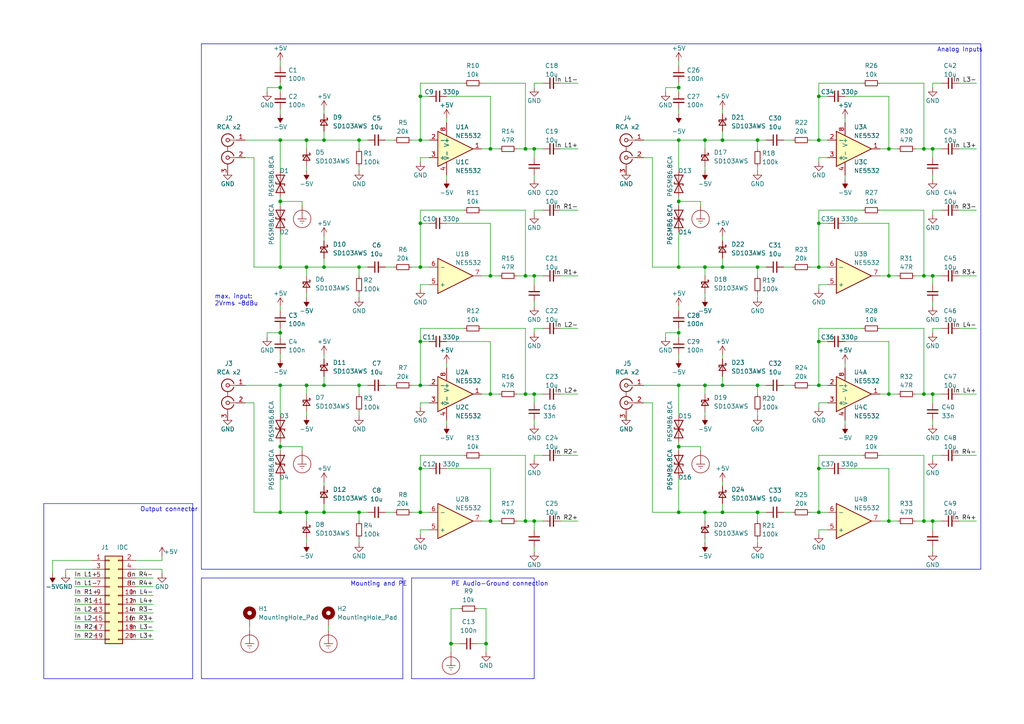
<source format=kicad_sch>
(kicad_sch (version 20230121) (generator eeschema)
  (paper "A4")
  (title_block (title "Unbalanced Analog Input Board for SmallDSP") (date "2023-10-23") (rev "1.0") (company "Till Heuer"))
  (junction (at 209.55 148.59))
  (junction (at 154.94 114.3))
  (junction (at 196.85 58.42))
  (junction (at 121.92 40.64))
  (junction (at 81.28 58.42))
  (junction (at 196.85 129.54))
  (junction (at 104.14 111.76))
  (junction (at 209.55 40.64))
  (junction (at 196.85 96.52))
  (junction (at 237.49 99.06))
  (junction (at 142.24 80.01))
  (junction (at 209.55 111.76))
  (junction (at 154.94 80.01))
  (junction (at 88.9 40.64))
  (junction (at 196.85 148.59))
  (junction (at 121.92 148.59))
  (junction (at 88.9 148.59))
  (junction (at 204.47 40.64))
  (junction (at 121.92 77.47))
  (junction (at 154.94 151.13))
  (junction (at 257.81 80.01))
  (junction (at 81.28 111.76))
  (junction (at 142.24 151.13))
  (junction (at 104.14 77.47))
  (junction (at 81.28 148.59))
  (junction (at 152.4 80.01))
  (junction (at 204.47 77.47))
  (junction (at 219.71 40.64))
  (junction (at 140.97 186.69))
  (junction (at 237.49 64.77))
  (junction (at 81.28 129.54))
  (junction (at 121.92 135.89))
  (junction (at 152.4 43.18))
  (junction (at 93.98 40.64))
  (junction (at 142.24 114.3))
  (junction (at 88.9 77.47))
  (junction (at 88.9 111.76))
  (junction (at 237.49 135.89))
  (junction (at 196.85 111.76))
  (junction (at 121.92 64.77))
  (junction (at 121.92 99.06))
  (junction (at 104.14 40.64))
  (junction (at 152.4 114.3))
  (junction (at 81.28 77.47))
  (junction (at 237.49 148.59))
  (junction (at 267.97 43.18))
  (junction (at 237.49 77.47))
  (junction (at 204.47 111.76))
  (junction (at 257.81 151.13))
  (junction (at 81.28 25.4))
  (junction (at 209.55 77.47))
  (junction (at 270.51 80.01))
  (junction (at 154.94 43.18))
  (junction (at 257.81 43.18))
  (junction (at 81.28 96.52))
  (junction (at 257.81 114.3))
  (junction (at 196.85 25.4))
  (junction (at 237.49 40.64))
  (junction (at 121.92 111.76))
  (junction (at 267.97 80.01))
  (junction (at 270.51 114.3))
  (junction (at 219.71 148.59))
  (junction (at 196.85 40.64))
  (junction (at 121.92 27.94))
  (junction (at 219.71 111.76))
  (junction (at 237.49 27.94))
  (junction (at 237.49 111.76))
  (junction (at 196.85 77.47))
  (junction (at 93.98 111.76))
  (junction (at 142.24 43.18))
  (junction (at 93.98 77.47))
  (junction (at 270.51 43.18))
  (junction (at 267.97 114.3))
  (junction (at 219.71 77.47))
  (junction (at 93.98 148.59))
  (junction (at 204.47 148.59))
  (junction (at 81.28 40.64))
  (junction (at 104.14 148.59))
  (junction (at 152.4 151.13))
  (junction (at 130.81 186.69))
  (junction (at 270.51 151.13))
  (junction (at 267.97 151.13))
  (wire (pts (xy 257.81 64.77) (xy 257.81 80.01)))
  (wire (pts (xy 257.81 135.89) (xy 257.81 151.13)))
  (wire (pts (xy 154.94 24.13) (xy 157.48 24.13)))
  (wire (pts (xy 237.49 95.25) (xy 237.49 99.06)))
  (wire (pts (xy 255.27 60.96) (xy 267.97 60.96)))
  (wire (pts (xy 219.71 111.76) (xy 222.25 111.76)))
  (wire (pts (xy 196.85 129.54) (xy 203.2 129.54)))
  (wire (pts (xy 121.92 27.94) (xy 121.92 40.64)))
  (wire (pts (xy 77.47 25.4) (xy 81.28 25.4)))
  (wire (pts (xy 270.51 95.25) (xy 273.05 95.25)))
  (wire (pts (xy 240.03 135.89) (xy 237.49 135.89)))
  (wire (pts (xy 270.51 60.96) (xy 270.51 62.23)))
  (wire (pts (xy 219.71 40.64) (xy 222.25 40.64)))
  (wire (pts (xy 26.67 177.8) (xy 21.59 177.8)))
  (wire (pts (xy 121.92 95.25) (xy 121.92 99.06)))
  (wire (pts (xy 204.47 40.64) (xy 204.47 43.18)))
  (wire (pts (xy 237.49 24.13) (xy 237.49 27.94)))
  (wire (pts (xy 234.95 40.64) (xy 237.49 40.64)))
  (wire (pts (xy 196.85 40.64) (xy 204.47 40.64)))
  (wire (pts (xy 111.76 111.76) (xy 114.3 111.76)))
  (wire (pts (xy 152.4 151.13) (xy 149.86 151.13)))
  (wire (pts (xy 270.51 80.01) (xy 267.97 80.01)))
  (wire (pts (xy 88.9 156.21) (xy 88.9 157.48)))
  (wire (pts (xy 26.67 172.72) (xy 21.59 172.72)))
  (wire (pts (xy 209.55 111.76) (xy 219.71 111.76)))
  (wire (pts (xy 270.51 158.75) (xy 270.51 160.02)))
  (wire (pts (xy 142.24 80.01) (xy 144.78 80.01)))
  (wire (pts (xy 77.47 25.4) (xy 77.47 26.67)))
  (wire (pts (xy 81.28 111.76) (xy 81.28 120.65)))
  (wire (pts (xy 257.81 114.3) (xy 260.35 114.3)))
  (wire (pts (xy 257.81 99.06) (xy 257.81 114.3)))
  (wire (pts (xy 193.04 96.52) (xy 196.85 96.52)))
  (wire (pts (xy 267.97 24.13) (xy 267.97 43.18)))
  (wire (pts (xy 193.04 96.52) (xy 193.04 97.79)))
  (wire (pts (xy 81.28 67.31) (xy 81.28 77.47)))
  (wire (pts (xy 245.11 50.8) (xy 245.11 52.07)))
  (wire (pts (xy 134.62 60.96) (xy 121.92 60.96)))
  (wire (pts (xy 81.28 148.59) (xy 88.9 148.59)))
  (wire (pts (xy 270.51 43.18) (xy 273.05 43.18)))
  (wire (pts (xy 278.13 132.08) (xy 283.21 132.08)))
  (wire (pts (xy 189.23 45.72) (xy 186.69 45.72)))
  (wire (pts (xy 162.56 24.13) (xy 167.64 24.13)))
  (wire (pts (xy 250.19 60.96) (xy 237.49 60.96)))
  (wire (pts (xy 121.92 24.13) (xy 121.92 27.94)))
  (wire (pts (xy 81.28 25.4) (xy 81.28 24.13)))
  (wire (pts (xy 267.97 95.25) (xy 267.97 114.3)))
  (wire (pts (xy 237.49 99.06) (xy 237.49 111.76)))
  (wire (pts (xy 270.51 24.13) (xy 273.05 24.13)))
  (wire (pts (xy 121.92 153.67) (xy 124.46 153.67)))
  (wire (pts (xy 121.92 45.72) (xy 121.92 46.99)))
  (wire (pts (xy 278.13 24.13) (xy 283.21 24.13)))
  (wire (pts (xy 152.4 80.01) (xy 149.86 80.01)))
  (wire (pts (xy 39.37 182.88) (xy 44.45 182.88)))
  (wire (pts (xy 154.94 82.55) (xy 154.94 80.01)))
  (wire (pts (xy 270.51 43.18) (xy 267.97 43.18)))
  (wire (pts (xy 66.04 50.8) (xy 66.04 49.53)))
  (polyline (pts (xy 58.42 12.7) (xy 284.48 12.7)))
  (wire (pts (xy 111.76 77.47) (xy 114.3 77.47)))
  (wire (pts (xy 119.38 148.59) (xy 121.92 148.59)))
  (wire (pts (xy 270.51 80.01) (xy 273.05 80.01)))
  (wire (pts (xy 237.49 116.84) (xy 240.03 116.84)))
  (wire (pts (xy 234.95 77.47) (xy 237.49 77.47)))
  (wire (pts (xy 193.04 25.4) (xy 193.04 26.67)))
  (wire (pts (xy 93.98 40.64) (xy 104.14 40.64)))
  (wire (pts (xy 124.46 148.59) (xy 121.92 148.59)))
  (polyline (pts (xy 116.84 167.64) (xy 116.84 196.85)))
  (wire (pts (xy 203.2 129.54) (xy 203.2 130.81)))
  (wire (pts (xy 130.81 189.23) (xy 130.81 186.69)))
  (wire (pts (xy 237.49 45.72) (xy 237.49 46.99)))
  (wire (pts (xy 209.55 31.75) (xy 209.55 33.02)))
  (polyline (pts (xy 284.48 12.7) (xy 284.48 165.1)))
  (wire (pts (xy 227.33 148.59) (xy 229.87 148.59)))
  (wire (pts (xy 209.55 109.22) (xy 209.55 111.76)))
  (wire (pts (xy 81.28 96.52) (xy 81.28 97.79)))
  (wire (pts (xy 270.51 50.8) (xy 270.51 52.07)))
  (wire (pts (xy 189.23 116.84) (xy 186.69 116.84)))
  (wire (pts (xy 196.85 102.87) (xy 196.85 104.14)))
  (wire (pts (xy 93.98 139.7) (xy 93.98 140.97)))
  (wire (pts (xy 270.51 82.55) (xy 270.51 80.01)))
  (wire (pts (xy 139.7 60.96) (xy 152.4 60.96)))
  (wire (pts (xy 130.81 186.69) (xy 133.35 186.69)))
  (wire (pts (xy 104.14 119.38) (xy 104.14 120.65)))
  (wire (pts (xy 142.24 64.77) (xy 142.24 80.01)))
  (wire (pts (xy 196.85 58.42) (xy 203.2 58.42)))
  (wire (pts (xy 104.14 40.64) (xy 106.68 40.64)))
  (wire (pts (xy 152.4 95.25) (xy 152.4 114.3)))
  (wire (pts (xy 81.28 111.76) (xy 88.9 111.76)))
  (wire (pts (xy 124.46 27.94) (xy 121.92 27.94)))
  (wire (pts (xy 203.2 58.42) (xy 203.2 59.69)))
  (wire (pts (xy 237.49 60.96) (xy 237.49 64.77)))
  (wire (pts (xy 278.13 80.01) (xy 283.21 80.01)))
  (wire (pts (xy 81.28 25.4) (xy 81.28 26.67)))
  (wire (pts (xy 88.9 119.38) (xy 88.9 120.65)))
  (wire (pts (xy 81.28 88.9) (xy 81.28 90.17)))
  (wire (pts (xy 88.9 40.64) (xy 88.9 43.18)))
  (wire (pts (xy 93.98 109.22) (xy 93.98 111.76)))
  (wire (pts (xy 26.67 165.1) (xy 19.05 165.1)))
  (wire (pts (xy 162.56 95.25) (xy 167.64 95.25)))
  (wire (pts (xy 154.94 116.84) (xy 154.94 114.3)))
  (polyline (pts (xy 12.7 146.05) (xy 55.88 146.05)))
  (wire (pts (xy 257.81 43.18) (xy 255.27 43.18)))
  (wire (pts (xy 104.14 148.59) (xy 104.14 151.13)))
  (wire (pts (xy 154.94 121.92) (xy 154.94 123.19)))
  (wire (pts (xy 196.85 17.78) (xy 196.85 19.05)))
  (wire (pts (xy 93.98 148.59) (xy 104.14 148.59)))
  (wire (pts (xy 26.67 175.26) (xy 21.59 175.26)))
  (wire (pts (xy 88.9 77.47) (xy 93.98 77.47)))
  (wire (pts (xy 240.03 148.59) (xy 237.49 148.59)))
  (wire (pts (xy 196.85 40.64) (xy 196.85 49.53)))
  (wire (pts (xy 124.46 111.76) (xy 121.92 111.76)))
  (wire (pts (xy 196.85 111.76) (xy 204.47 111.76)))
  (wire (pts (xy 162.56 132.08) (xy 167.64 132.08)))
  (polyline (pts (xy 55.88 146.05) (xy 55.88 196.85)))
  (wire (pts (xy 152.4 132.08) (xy 152.4 151.13)))
  (wire (pts (xy 245.11 34.29) (xy 245.11 35.56)))
  (wire (pts (xy 129.54 34.29) (xy 129.54 35.56)))
  (wire (pts (xy 87.63 129.54) (xy 87.63 130.81)))
  (wire (pts (xy 255.27 95.25) (xy 267.97 95.25)))
  (wire (pts (xy 26.67 167.64) (xy 21.59 167.64)))
  (polyline (pts (xy 116.84 196.85) (xy 58.42 196.85)))
  (wire (pts (xy 124.46 77.47) (xy 121.92 77.47)))
  (wire (pts (xy 88.9 48.26) (xy 88.9 49.53)))
  (wire (pts (xy 196.85 31.75) (xy 196.85 33.02)))
  (wire (pts (xy 66.04 121.92) (xy 66.04 120.65)))
  (wire (pts (xy 46.99 162.56) (xy 46.99 161.29)))
  (wire (pts (xy 267.97 80.01) (xy 265.43 80.01)))
  (wire (pts (xy 121.92 116.84) (xy 124.46 116.84)))
  (wire (pts (xy 129.54 121.92) (xy 129.54 123.19)))
  (wire (pts (xy 129.54 99.06) (xy 142.24 99.06)))
  (wire (pts (xy 88.9 111.76) (xy 88.9 114.3)))
  (wire (pts (xy 204.47 111.76) (xy 209.55 111.76)))
  (wire (pts (xy 154.94 80.01) (xy 152.4 80.01)))
  (wire (pts (xy 204.47 48.26) (xy 204.47 49.53)))
  (wire (pts (xy 119.38 77.47) (xy 121.92 77.47)))
  (wire (pts (xy 129.54 135.89) (xy 142.24 135.89)))
  (wire (pts (xy 93.98 74.93) (xy 93.98 77.47)))
  (wire (pts (xy 81.28 138.43) (xy 81.28 148.59)))
  (wire (pts (xy 142.24 27.94) (xy 142.24 43.18)))
  (wire (pts (xy 87.63 58.42) (xy 87.63 59.69)))
  (wire (pts (xy 124.46 135.89) (xy 121.92 135.89)))
  (wire (pts (xy 77.47 96.52) (xy 81.28 96.52)))
  (wire (pts (xy 81.28 129.54) (xy 81.28 130.81)))
  (wire (pts (xy 186.69 40.64) (xy 196.85 40.64)))
  (wire (pts (xy 154.94 24.13) (xy 154.94 25.4)))
  (wire (pts (xy 142.24 99.06) (xy 142.24 114.3)))
  (wire (pts (xy 134.62 132.08) (xy 121.92 132.08)))
  (wire (pts (xy 73.66 116.84) (xy 71.12 116.84)))
  (wire (pts (xy 257.81 27.94) (xy 257.81 43.18)))
  (polyline (pts (xy 12.7 146.05) (xy 12.7 196.85)))
  (wire (pts (xy 270.51 87.63) (xy 270.51 88.9)))
  (wire (pts (xy 154.94 95.25) (xy 157.48 95.25)))
  (wire (pts (xy 73.66 45.72) (xy 73.66 77.47)))
  (wire (pts (xy 196.85 25.4) (xy 196.85 24.13)))
  (wire (pts (xy 88.9 77.47) (xy 88.9 80.01)))
  (polyline (pts (xy 119.38 167.64) (xy 154.94 167.64)))
  (wire (pts (xy 245.11 64.77) (xy 257.81 64.77)))
  (wire (pts (xy 209.55 40.64) (xy 219.71 40.64)))
  (wire (pts (xy 142.24 151.13) (xy 144.78 151.13)))
  (wire (pts (xy 88.9 40.64) (xy 93.98 40.64)))
  (wire (pts (xy 154.94 151.13) (xy 157.48 151.13)))
  (wire (pts (xy 15.24 162.56) (xy 26.67 162.56)))
  (wire (pts (xy 240.03 77.47) (xy 237.49 77.47)))
  (wire (pts (xy 204.47 156.21) (xy 204.47 157.48)))
  (wire (pts (xy 204.47 111.76) (xy 204.47 114.3)))
  (wire (pts (xy 111.76 148.59) (xy 114.3 148.59)))
  (wire (pts (xy 237.49 45.72) (xy 240.03 45.72)))
  (wire (pts (xy 121.92 82.55) (xy 121.92 83.82)))
  (wire (pts (xy 234.95 148.59) (xy 237.49 148.59)))
  (wire (pts (xy 39.37 170.18) (xy 44.45 170.18)))
  (wire (pts (xy 81.28 49.53) (xy 81.28 40.64)))
  (wire (pts (xy 250.19 132.08) (xy 237.49 132.08)))
  (wire (pts (xy 138.43 186.69) (xy 140.97 186.69)))
  (wire (pts (xy 267.97 60.96) (xy 267.97 80.01)))
  (wire (pts (xy 154.94 60.96) (xy 157.48 60.96)))
  (polyline (pts (xy 119.38 167.64) (xy 119.38 196.85)))
  (wire (pts (xy 219.71 85.09) (xy 219.71 86.36)))
  (wire (pts (xy 26.67 185.42) (xy 21.59 185.42)))
  (wire (pts (xy 189.23 148.59) (xy 189.23 116.84)))
  (wire (pts (xy 81.28 17.78) (xy 81.28 19.05)))
  (wire (pts (xy 278.13 114.3) (xy 283.21 114.3)))
  (wire (pts (xy 104.14 48.26) (xy 104.14 49.53)))
  (wire (pts (xy 162.56 151.13) (xy 167.64 151.13)))
  (wire (pts (xy 142.24 80.01) (xy 139.7 80.01)))
  (wire (pts (xy 219.71 40.64) (xy 219.71 43.18)))
  (wire (pts (xy 81.28 59.69) (xy 81.28 58.42)))
  (wire (pts (xy 270.51 153.67) (xy 270.51 151.13)))
  (wire (pts (xy 81.28 129.54) (xy 87.63 129.54)))
  (wire (pts (xy 39.37 180.34) (xy 44.45 180.34)))
  (wire (pts (xy 154.94 43.18) (xy 152.4 43.18)))
  (wire (pts (xy 189.23 77.47) (xy 196.85 77.47)))
  (wire (pts (xy 93.98 102.87) (xy 93.98 104.14)))
  (polyline (pts (xy 154.94 196.85) (xy 119.38 196.85)))
  (wire (pts (xy 26.67 180.34) (xy 21.59 180.34)))
  (wire (pts (xy 270.51 151.13) (xy 267.97 151.13)))
  (wire (pts (xy 196.85 111.76) (xy 196.85 120.65)))
  (wire (pts (xy 95.25 181.61) (xy 95.25 182.88)))
  (wire (pts (xy 154.94 60.96) (xy 154.94 62.23)))
  (wire (pts (xy 257.81 151.13) (xy 260.35 151.13)))
  (wire (pts (xy 81.28 77.47) (xy 88.9 77.47)))
  (wire (pts (xy 270.51 121.92) (xy 270.51 123.19)))
  (wire (pts (xy 270.51 114.3) (xy 273.05 114.3)))
  (wire (pts (xy 237.49 135.89) (xy 237.49 148.59)))
  (wire (pts (xy 93.98 68.58) (xy 93.98 69.85)))
  (wire (pts (xy 129.54 27.94) (xy 142.24 27.94)))
  (wire (pts (xy 278.13 60.96) (xy 283.21 60.96)))
  (wire (pts (xy 93.98 38.1) (xy 93.98 40.64)))
  (wire (pts (xy 93.98 146.05) (xy 93.98 148.59)))
  (wire (pts (xy 245.11 99.06) (xy 257.81 99.06)))
  (wire (pts (xy 140.97 186.69) (xy 140.97 189.23)))
  (wire (pts (xy 257.81 151.13) (xy 255.27 151.13)))
  (wire (pts (xy 39.37 175.26) (xy 44.45 175.26)))
  (wire (pts (xy 26.67 182.88) (xy 21.59 182.88)))
  (wire (pts (xy 39.37 172.72) (xy 44.45 172.72)))
  (wire (pts (xy 204.47 77.47) (xy 204.47 80.01)))
  (wire (pts (xy 240.03 64.77) (xy 237.49 64.77)))
  (wire (pts (xy 240.03 27.94) (xy 237.49 27.94)))
  (wire (pts (xy 245.11 105.41) (xy 245.11 106.68)))
  (wire (pts (xy 121.92 60.96) (xy 121.92 64.77)))
  (wire (pts (xy 73.66 148.59) (xy 73.66 116.84)))
  (wire (pts (xy 121.92 82.55) (xy 124.46 82.55)))
  (wire (pts (xy 257.81 80.01) (xy 260.35 80.01)))
  (wire (pts (xy 152.4 60.96) (xy 152.4 80.01)))
  (wire (pts (xy 81.28 128.27) (xy 81.28 129.54)))
  (wire (pts (xy 154.94 132.08) (xy 154.94 133.35)))
  (wire (pts (xy 39.37 165.1) (xy 46.99 165.1)))
  (wire (pts (xy 154.94 43.18) (xy 157.48 43.18)))
  (wire (pts (xy 219.71 148.59) (xy 219.71 151.13)))
  (wire (pts (xy 88.9 111.76) (xy 93.98 111.76)))
  (wire (pts (xy 196.85 138.43) (xy 196.85 148.59)))
  (wire (pts (xy 152.4 114.3) (xy 149.86 114.3)))
  (wire (pts (xy 104.14 156.21) (xy 104.14 157.48)))
  (wire (pts (xy 196.85 25.4) (xy 196.85 26.67)))
  (wire (pts (xy 278.13 95.25) (xy 283.21 95.25)))
  (wire (pts (xy 119.38 111.76) (xy 121.92 111.76)))
  (polyline (pts (xy 58.42 165.1) (xy 58.42 12.7)))
  (wire (pts (xy 237.49 64.77) (xy 237.49 77.47)))
  (wire (pts (xy 240.03 99.06) (xy 237.49 99.06)))
  (wire (pts (xy 270.51 132.08) (xy 270.51 133.35)))
  (wire (pts (xy 267.97 43.18) (xy 265.43 43.18)))
  (wire (pts (xy 162.56 80.01) (xy 167.64 80.01)))
  (wire (pts (xy 124.46 40.64) (xy 121.92 40.64)))
  (wire (pts (xy 152.4 24.13) (xy 152.4 43.18)))
  (wire (pts (xy 255.27 24.13) (xy 267.97 24.13)))
  (wire (pts (xy 227.33 111.76) (xy 229.87 111.76)))
  (wire (pts (xy 154.94 50.8) (xy 154.94 52.07)))
  (wire (pts (xy 189.23 77.47) (xy 189.23 45.72)))
  (wire (pts (xy 267.97 151.13) (xy 265.43 151.13)))
  (wire (pts (xy 88.9 148.59) (xy 88.9 151.13)))
  (wire (pts (xy 250.19 24.13) (xy 237.49 24.13)))
  (wire (pts (xy 39.37 162.56) (xy 46.99 162.56)))
  (wire (pts (xy 255.27 132.08) (xy 267.97 132.08)))
  (wire (pts (xy 162.56 114.3) (xy 167.64 114.3)))
  (wire (pts (xy 154.94 95.25) (xy 154.94 96.52)))
  (polyline (pts (xy 284.48 165.1) (xy 58.42 165.1)))
  (wire (pts (xy 237.49 132.08) (xy 237.49 135.89)))
  (wire (pts (xy 196.85 88.9) (xy 196.85 90.17)))
  (wire (pts (xy 104.14 77.47) (xy 106.68 77.47)))
  (wire (pts (xy 26.67 170.18) (xy 21.59 170.18)))
  (wire (pts (xy 257.81 80.01) (xy 255.27 80.01)))
  (wire (pts (xy 129.54 105.41) (xy 129.54 106.68)))
  (wire (pts (xy 71.12 40.64) (xy 81.28 40.64)))
  (wire (pts (xy 140.97 176.53) (xy 140.97 186.69)))
  (wire (pts (xy 71.12 111.76) (xy 81.28 111.76)))
  (wire (pts (xy 204.47 77.47) (xy 209.55 77.47)))
  (wire (pts (xy 124.46 99.06) (xy 121.92 99.06)))
  (wire (pts (xy 196.85 96.52) (xy 196.85 95.25)))
  (wire (pts (xy 152.4 43.18) (xy 149.86 43.18)))
  (wire (pts (xy 93.98 31.75) (xy 93.98 33.02)))
  (wire (pts (xy 196.85 58.42) (xy 196.85 59.69)))
  (wire (pts (xy 250.19 95.25) (xy 237.49 95.25)))
  (wire (pts (xy 270.51 60.96) (xy 273.05 60.96)))
  (wire (pts (xy 93.98 77.47) (xy 104.14 77.47)))
  (wire (pts (xy 134.62 24.13) (xy 121.92 24.13)))
  (wire (pts (xy 219.71 148.59) (xy 222.25 148.59)))
  (wire (pts (xy 154.94 114.3) (xy 152.4 114.3)))
  (wire (pts (xy 245.11 121.92) (xy 245.11 123.19)))
  (wire (pts (xy 204.47 148.59) (xy 209.55 148.59)))
  (wire (pts (xy 278.13 43.18) (xy 283.21 43.18)))
  (wire (pts (xy 257.81 114.3) (xy 255.27 114.3)))
  (wire (pts (xy 73.66 148.59) (xy 81.28 148.59)))
  (wire (pts (xy 121.92 64.77) (xy 121.92 77.47)))
  (wire (pts (xy 142.24 43.18) (xy 139.7 43.18)))
  (wire (pts (xy 104.14 85.09) (xy 104.14 86.36)))
  (wire (pts (xy 209.55 74.93) (xy 209.55 77.47)))
  (wire (pts (xy 154.94 114.3) (xy 157.48 114.3)))
  (wire (pts (xy 139.7 95.25) (xy 152.4 95.25)))
  (wire (pts (xy 142.24 114.3) (xy 139.7 114.3)))
  (wire (pts (xy 88.9 148.59) (xy 93.98 148.59)))
  (wire (pts (xy 181.61 121.92) (xy 181.61 120.65)))
  (wire (pts (xy 142.24 151.13) (xy 139.7 151.13)))
  (wire (pts (xy 121.92 99.06) (xy 121.92 111.76)))
  (wire (pts (xy 162.56 43.18) (xy 167.64 43.18)))
  (wire (pts (xy 142.24 135.89) (xy 142.24 151.13)))
  (wire (pts (xy 104.14 111.76) (xy 106.68 111.76)))
  (wire (pts (xy 278.13 151.13) (xy 283.21 151.13)))
  (wire (pts (xy 237.49 82.55) (xy 240.03 82.55)))
  (wire (pts (xy 270.51 116.84) (xy 270.51 114.3)))
  (wire (pts (xy 204.47 40.64) (xy 209.55 40.64)))
  (wire (pts (xy 237.49 82.55) (xy 237.49 83.82)))
  (wire (pts (xy 186.69 111.76) (xy 196.85 111.76)))
  (wire (pts (xy 111.76 40.64) (xy 114.3 40.64)))
  (wire (pts (xy 209.55 68.58) (xy 209.55 69.85)))
  (wire (pts (xy 129.54 50.8) (xy 129.54 52.07)))
  (wire (pts (xy 237.49 27.94) (xy 237.49 40.64)))
  (wire (pts (xy 204.47 148.59) (xy 204.47 151.13)))
  (wire (pts (xy 270.51 114.3) (xy 267.97 114.3)))
  (wire (pts (xy 129.54 64.77) (xy 142.24 64.77)))
  (wire (pts (xy 104.14 148.59) (xy 106.68 148.59)))
  (wire (pts (xy 219.71 77.47) (xy 219.71 80.01)))
  (wire (pts (xy 138.43 176.53) (xy 140.97 176.53)))
  (wire (pts (xy 227.33 40.64) (xy 229.87 40.64)))
  (wire (pts (xy 77.47 96.52) (xy 77.47 97.79)))
  (wire (pts (xy 227.33 77.47) (xy 229.87 77.47)))
  (wire (pts (xy 121.92 132.08) (xy 121.92 135.89)))
  (wire (pts (xy 142.24 114.3) (xy 144.78 114.3)))
  (wire (pts (xy 204.47 85.09) (xy 204.47 86.36)))
  (wire (pts (xy 267.97 114.3) (xy 265.43 114.3)))
  (wire (pts (xy 219.71 77.47) (xy 222.25 77.47)))
  (wire (pts (xy 209.55 139.7) (xy 209.55 140.97)))
  (wire (pts (xy 119.38 40.64) (xy 121.92 40.64)))
  (wire (pts (xy 270.51 45.72) (xy 270.51 43.18)))
  (wire (pts (xy 93.98 111.76) (xy 104.14 111.76)))
  (wire (pts (xy 104.14 111.76) (xy 104.14 114.3)))
  (wire (pts (xy 15.24 162.56) (xy 15.24 166.37)))
  (wire (pts (xy 73.66 45.72) (xy 71.12 45.72)))
  (wire (pts (xy 46.99 165.1) (xy 46.99 166.37)))
  (wire (pts (xy 81.28 58.42) (xy 87.63 58.42)))
  (wire (pts (xy 139.7 132.08) (xy 152.4 132.08)))
  (wire (pts (xy 19.05 165.1) (xy 19.05 166.37)))
  (wire (pts (xy 104.14 77.47) (xy 104.14 80.01)))
  (wire (pts (xy 209.55 146.05) (xy 209.55 148.59)))
  (wire (pts (xy 72.39 181.61) (xy 72.39 182.88)))
  (wire (pts (xy 237.49 153.67) (xy 237.49 154.94)))
  (wire (pts (xy 39.37 167.64) (xy 44.45 167.64)))
  (wire (pts (xy 196.85 129.54) (xy 196.85 130.81)))
  (wire (pts (xy 270.51 151.13) (xy 273.05 151.13)))
  (wire (pts (xy 245.11 135.89) (xy 257.81 135.89)))
  (wire (pts (xy 142.24 43.18) (xy 144.78 43.18)))
  (wire (pts (xy 219.71 119.38) (xy 219.71 120.65)))
  (wire (pts (xy 270.51 95.25) (xy 270.51 96.52)))
  (wire (pts (xy 189.23 148.59) (xy 196.85 148.59)))
  (wire (pts (xy 196.85 57.15) (xy 196.85 58.42)))
  (wire (pts (xy 88.9 85.09) (xy 88.9 86.36)))
  (wire (pts (xy 81.28 96.52) (xy 81.28 95.25)))
  (wire (pts (xy 209.55 148.59) (xy 219.71 148.59)))
  (wire (pts (xy 240.03 40.64) (xy 237.49 40.64)))
  (wire (pts (xy 81.28 40.64) (xy 88.9 40.64)))
  (polyline (pts (xy 58.42 167.64) (xy 116.84 167.64)))
  (wire (pts (xy 121.92 135.89) (xy 121.92 148.59)))
  (wire (pts (xy 39.37 177.8) (xy 44.45 177.8)))
  (wire (pts (xy 204.47 119.38) (xy 204.47 120.65)))
  (wire (pts (xy 193.04 25.4) (xy 196.85 25.4)))
  (wire (pts (xy 154.94 45.72) (xy 154.94 43.18)))
  (wire (pts (xy 130.81 176.53) (xy 130.81 186.69)))
  (wire (pts (xy 154.94 151.13) (xy 152.4 151.13)))
  (wire (pts (xy 219.71 111.76) (xy 219.71 114.3)))
  (wire (pts (xy 196.85 96.52) (xy 196.85 97.79)))
  (wire (pts (xy 81.28 58.42) (xy 81.28 57.15)))
  (polyline (pts (xy 55.88 196.85) (xy 12.7 196.85)))
  (wire (pts (xy 154.94 87.63) (xy 154.94 88.9)))
  (wire (pts (xy 267.97 132.08) (xy 267.97 151.13)))
  (polyline (pts (xy 58.42 167.64) (xy 58.42 196.85)))
  (wire (pts (xy 209.55 77.47) (xy 219.71 77.47)))
  (wire (pts (xy 237.49 116.84) (xy 237.49 118.11)))
  (wire (pts (xy 81.28 31.75) (xy 81.28 33.02)))
  (wire (pts (xy 154.94 153.67) (xy 154.94 151.13)))
  (wire (pts (xy 209.55 102.87) (xy 209.55 104.14)))
  (wire (pts (xy 154.94 132.08) (xy 157.48 132.08)))
  (wire (pts (xy 124.46 64.77) (xy 121.92 64.77)))
  (wire (pts (xy 133.35 176.53) (xy 130.81 176.53)))
  (wire (pts (xy 245.11 27.94) (xy 257.81 27.94)))
  (polyline (pts (xy 154.94 167.64) (xy 154.94 196.85)))
  (wire (pts (xy 219.71 48.26) (xy 219.71 49.53)))
  (wire (pts (xy 237.49 153.67) (xy 240.03 153.67)))
  (wire (pts (xy 121.92 153.67) (xy 121.92 154.94)))
  (wire (pts (xy 121.92 45.72) (xy 124.46 45.72)))
  (wire (pts (xy 196.85 77.47) (xy 204.47 77.47)))
  (wire (pts (xy 73.66 77.47) (xy 81.28 77.47)))
  (wire (pts (xy 134.62 95.25) (xy 121.92 95.25)))
  (wire (pts (xy 181.61 50.8) (xy 181.61 49.53)))
  (wire (pts (xy 39.37 185.42) (xy 44.45 185.42)))
  (wire (pts (xy 154.94 158.75) (xy 154.94 160.02)))
  (wire (pts (xy 209.55 38.1) (xy 209.55 40.64)))
  (wire (pts (xy 121.92 116.84) (xy 121.92 118.11)))
  (wire (pts (xy 234.95 111.76) (xy 237.49 111.76)))
  (wire (pts (xy 270.51 132.08) (xy 273.05 132.08)))
  (wire (pts (xy 81.28 102.87) (xy 81.28 104.14)))
  (wire (pts (xy 257.81 43.18) (xy 260.35 43.18)))
  (wire (pts (xy 196.85 148.59) (xy 204.47 148.59)))
  (wire (pts (xy 154.94 80.01) (xy 157.48 80.01)))
  (wire (pts (xy 196.85 128.27) (xy 196.85 129.54)))
  (wire (pts (xy 139.7 24.13) (xy 152.4 24.13)))
  (wire (pts (xy 196.85 67.31) (xy 196.85 77.47)))
  (wire (pts (xy 240.03 111.76) (xy 237.49 111.76)))
  (wire (pts (xy 219.71 156.21) (xy 219.71 157.48)))
  (wire (pts (xy 104.14 40.64) (xy 104.14 43.18)))
  (wire (pts (xy 270.51 24.13) (xy 270.51 25.4)))
  (wire (pts (xy 162.56 60.96) (xy 167.64 60.96)))
  (text "Analog Inputs" (at 271.78 15.24 0) (effects (font (size 1.27 1.27)) (justify left bottom)))
  (text "Output connector" (at 40.64 148.59 0) (effects (font (size 1.27 1.27)) (justify left bottom)))
  (text "Mounting and PE" (at 101.6 170.18 0) (effects (font (size 1.27 1.27)) (justify left bottom)))
  (text "PE Audio-Ground connection" (at 130.81 170.18 0) (effects (font (size 1.27 1.27)) (justify left bottom)))
  (text "max. input:\n2Vrms ~8dBu" (at 62.23 88.9 0) (effects (font (size 1.27 1.27)) (justify left bottom)))
  (label "In L3+" (at 44.45 185.42 180))
  (label "In L4+" (at 44.45 175.26 180))
  (label "In L3+" (at 283.21 43.18 180))
  (label "In R3+" (at 44.45 180.34 180))
  (label "In L2+" (at 167.64 114.3 180))
  (label "In L2+" (at 21.59 177.8 0))
  (label "In R3+" (at 283.21 80.01 180))
  (label "In L4-" (at 283.21 95.25 180))
  (label "In R4-" (at 44.45 167.64 180))
  (label "In R4-" (at 283.21 132.08 180))
  (label "In L4-" (at 44.45 172.72 180))
  (label "In R1-" (at 167.64 60.96 180))
  (label "In R1+" (at 167.64 80.01 180))
  (label "In L2-" (at 167.64 95.25 180))
  (label "In L2-" (at 21.59 180.34 0))
  (label "In R1+" (at 21.59 172.72 0))
  (label "In R4+" (at 283.21 151.13 180))
  (label "In L4+" (at 283.21 114.3 180))
  (label "In L1+" (at 21.59 167.64 0))
  (label "In R3-" (at 44.45 177.8 180))
  (label "In R2+" (at 21.59 182.88 0))
  (label "In L3-" (at 283.21 24.13 180))
  (label "In R2+" (at 167.64 151.13 180))
  (label "In R1-" (at 21.59 175.26 0))
  (label "In L1-" (at 167.64 24.13 180))
  (label "In L1+" (at 167.64 43.18 180))
  (label "In R2-" (at 21.59 185.42 0))
  (label "In R2-" (at 167.64 132.08 180))
  (label "In R3-" (at 283.21 60.96 180))
  (label "In L1-" (at 21.59 170.18 0))
  (label "In L3-" (at 44.45 182.88 180))
  (label "In R4+" (at 44.45 170.18 180))
  (symbol (lib_id "power:-5V") (at 204.47 49.53 180) (unit 1)
    (property "Reference" "#PWR057" (effects hide))
    (property "Value" "-5V" (at 204.47 53.34 0))
  )
  (symbol (lib_id "power:-5V") (at 15.24 166.37 180) (unit 1)
    (property "Reference" "#PWR01" (effects hide))
    (property "Value" "-5V" (at 15.24 170.18 0))
  )
  (symbol (lib_id "Device:D_Schottky_Small") (at 204.47 45.72 270) (unit 1)
    (property "Reference" "D17" (at 207.01 44.1959 90) (effects (justify left)))
    (property "Value" "SD103AWS" (at 207.01 46.7359 90) (effects (justify left)))
    (property "Footprint" "Diode_SMD:D_SOD-323" (effects hide))
    (property "Assembling" "X" (effects hide))
    (property "Manufacturer" "hongjiacheng" (effects hide))
    (property "Part Number" "SD103AWS" (effects hide))
    (property "LCSC Part #" "C7420360" (effects hide))
  )
  (symbol (lib_id "power:GND") (at 270.51 62.23 0) (unit 1)
    (property "Reference" "#PWR079" (effects hide))
    (property "Value" "GND" (at 270.51 66.04 0))
  )
  (symbol (lib_id "Device:D_TVS") (at 81.28 134.62 270) (unit 1)
    (property "Reference" "D4" (at 83.82 138.43 90) (effects (justify right)))
    (property "Value" "P6SMB6.8CA" (at 78.74 142.24 0) (effects (justify right)))
    (property "Footprint" "Diode_SMD:D_SMB" (effects hide))
    (property "Assembling" "X" (effects hide))
    (property "Manufacturer" "Brightking" (effects hide))
    (property "Part Number" "P6SMB6.8CA/TR13" (effects hide))
    (property "LCSC Part #" "C78395" (effects hide))
  )
  (symbol (lib_id "Device:C_Small") (at 81.28 100.33 0) (unit 1)
    (property "Reference" "C4" (at 83.6041 99.1242 0) (effects (justify left)))
    (property "Value" "100n" (at 83.6041 101.5484 0) (effects (justify left)))
    (property "Footprint" "Capacitor_SMD:C_0402_1005Metric" (effects hide))
    (property "Dielectric" "X7R" (effects hide))
    (property "Notes" "-25%@10VDC" (effects hide))
    (property "Rated Voltage" "50V" (effects hide))
    (property "Assembling" "X" (effects hide))
    (property "Manufacturer" "Samsung Electro-Mechanics" (effects hide))
    (property "Part Number" "CL05B104KB54PNC" (effects hide))
    (property "Tolerance" "10%" (effects hide))
    (property "LCSC Part #" "C307331" (effects hide))
  )
  (symbol (lib_id "Device:D_Schottky_Small") (at 88.9 116.84 270) (unit 1)
    (property "Reference" "D7" (at 91.44 115.3159 90) (effects (justify left)))
    (property "Value" "SD103AWS" (at 91.44 117.8559 90) (effects (justify left)))
    (property "Footprint" "Diode_SMD:D_SOD-323" (effects hide))
    (property "Assembling" "X" (effects hide))
    (property "Manufacturer" "hongjiacheng" (effects hide))
    (property "Part Number" "SD103AWS" (effects hide))
    (property "LCSC Part #" "C7420360" (effects hide))
  )
  (symbol (lib_id "Device:C_Small") (at 160.02 80.01 90) (unit 1)
    (property "Reference" "C21" (at 160.02 74.93 90))
    (property "Value" "10u" (at 160.02 77.47 90))
    (property "Footprint" "Capacitor_SMD:C_1206_3216Metric" (effects hide))
    (property "Dielectric" "X5R" (effects hide))
    (property "Rated Voltage" "50V" (effects hide))
    (property "Assembling" "X" (effects hide))
    (property "Manufacturer" "Samsung Electro-Mechanics" (effects hide))
    (property "Part Number" "CL31A106KBHNNNE" (effects hide))
    (property "Tolerance" "10%" (effects hide))
    (property "LCSC Part #" "C13585" (effects hide))
  )
  (symbol (lib_id "power:+5V") (at 245.11 105.41 0) (unit 1)
    (property "Reference" "#PWR075" (effects hide))
    (property "Value" "+5V" (at 245.11 101.6 0))
  )
  (symbol (lib_id "Device:C_Small") (at 275.59 24.13 90) (mirror x) (unit 1)
    (property "Reference" "C42" (at 275.59 19.05 90))
    (property "Value" "10u" (at 275.59 21.59 90))
    (property "Footprint" "Capacitor_SMD:C_1206_3216Metric" (effects hide))
    (property "Dielectric" "X5R" (effects hide))
    (property "Rated Voltage" "50V" (effects hide))
    (property "Assembling" "X" (effects hide))
    (property "Manufacturer" "Samsung Electro-Mechanics" (effects hide))
    (property "Part Number" "CL31A106KBHNNNE" (effects hide))
    (property "Tolerance" "10%" (effects hide))
    (property "LCSC Part #" "C13585" (effects hide))
  )
  (symbol (lib_id "power:GND") (at 154.94 52.07 0) (unit 1)
    (property "Reference" "#PWR040" (effects hide))
    (property "Value" "GND" (at 154.94 55.88 0))
  )
  (symbol (lib_id "power:GND") (at 66.04 120.65 0) (unit 1)
    (property "Reference" "#PWR06" (effects hide))
    (property "Value" "GND" (at 66.04 124.46 0))
  )
  (symbol (lib_id "Device:C_Small") (at 154.94 156.21 180) (unit 1)
    (property "Reference" "C17" (effects hide))
    (property "Value" "33n" (effects hide))
    (property "Footprint" "Capacitor_SMD:C_0603_1608Metric" (effects hide))
    (property "Dielectric" "X7R" (effects hide))
    (property "Notes" "C0G better" (effects hide))
    (property "Rated Voltage" "50V" (effects hide))
    (property "Assembling" "X" (effects hide))
    (property "Manufacturer" "Samsung Electro-Mechanics" (effects hide))
    (property "Part Number" "CL10B333KB8NNNC" (effects hide))
    (property "Tolerance" "10%" (effects hide))
    (property "LCSC Part #" "C21117" (effects hide))
  )
  (symbol (lib_id "power:GND") (at 219.71 120.65 0) (unit 1)
    (property "Reference" "#PWR067" (effects hide))
    (property "Value" "GND" (at 219.71 124.46 0))
  )
  (symbol (lib_id "Device:C_Small") (at 270.51 48.26 180) (unit 1)
    (property "Reference" "C38" (effects hide))
    (property "Value" "33n" (effects hide))
    (property "Footprint" "Capacitor_SMD:C_0603_1608Metric" (effects hide))
    (property "Dielectric" "X7R" (effects hide))
    (property "Notes" "C0G better" (effects hide))
    (property "Rated Voltage" "50V" (effects hide))
    (property "Assembling" "X" (effects hide))
    (property "Manufacturer" "Samsung Electro-Mechanics" (effects hide))
    (property "Part Number" "CL10B333KB8NNNC" (effects hide))
    (property "Tolerance" "10%" (effects hide))
    (property "LCSC Part #" "C21117" (effects hide))
  )
  (symbol (lib_id "Device:R_Small") (at 104.14 82.55 0) (mirror y) (unit 1)
    (property "Reference" "R2" (at 105.41 81.28 0) (effects (justify right)))
    (property "Value" "100k" (at 105.41 83.82 0) (effects (justify right)))
    (property "Footprint" "Resistor_SMD:R_0402_1005Metric" (effects hide))
    (property "Assembling" "X" (effects hide))
    (property "Manufacturer" "UNI-ROYAL(Uniroyal Elec)" (effects hide))
    (property "Rated Power" "62.5mW" (effects hide))
    (property "Part Number" "0402WGF1003TCE" (effects hide))
    (property "Tolerance" "1%" (effects hide))
    (property "LCSC Part #" "C25741" (effects hide))
  )
  (symbol (lib_id "power:GND") (at 237.49 46.99 0) (unit 1)
    (property "Reference" "#PWR069" (effects hide))
    (property "Value" "GND" (at 237.49 50.8 0))
  )
  (symbol (lib_id "power:-5V") (at 245.11 52.07 180) (unit 1)
    (property "Reference" "#PWR074" (effects hide))
    (property "Value" "-5V" (at 245.11 55.88 0))
  )
  (symbol (lib_id "Device:R_Small") (at 262.89 43.18 90) (unit 1)
    (property "Reference" "R30" (at 262.89 38.1 90))
    (property "Value" "47R" (at 262.89 40.64 90))
    (property "Footprint" "Resistor_SMD:R_0402_1005Metric" (effects hide))
    (property "Assembling" "X" (effects hide))
    (property "Manufacturer" "UNI-ROYAL(Uniroyal Elec)" (effects hide))
    (property "Part Number" "0402WGF470JTCE" (effects hide))
    (property "Rated Power" "62.5mW" (effects hide))
    (property "Tolerance" "1%" (effects hide))
    (property "LCSC Part #" "C25118" (effects hide))
  )
  (symbol (lib_id "Device:C_Small") (at 160.02 43.18 90) (unit 1)
    (property "Reference" "C19" (at 160.02 38.1 90))
    (property "Value" "10u" (at 160.02 40.64 90))
    (property "Footprint" "Capacitor_SMD:C_1206_3216Metric" (effects hide))
    (property "Dielectric" "X5R" (effects hide))
    (property "Rated Voltage" "50V" (effects hide))
    (property "Assembling" "X" (effects hide))
    (property "Manufacturer" "Samsung Electro-Mechanics" (effects hide))
    (property "Part Number" "CL31A106KBHNNNE" (effects hide))
    (property "Tolerance" "10%" (effects hide))
    (property "LCSC Part #" "C13585" (effects hide))
  )
  (symbol (lib_id "power:GND") (at 104.14 157.48 0) (unit 1)
    (property "Reference" "#PWR028" (effects hide))
    (property "Value" "GND" (at 104.14 161.29 0))
  )
  (symbol (lib_id "Mechanical:MountingHole_Pad") (at 72.39 179.07 0) (unit 1)
    (property "Reference" "H1" (at 74.93 176.5299 0) (effects (justify left)))
    (property "Value" "MountingHole_Pad" (at 74.93 179.0699 0) (effects (justify left)))
    (property "Footprint" "MountingHole:MountingHole_3.2mm_M3_Pad_Via" (effects hide))
    (property "Manufacturer" "-" (effects hide))
    (property "Part Number" "-" (effects hide))
    (property "LCSC Part #" "-" (effects hide))
  )
  (symbol (lib_id "power:GND") (at 66.04 49.53 0) (unit 1)
    (property "Reference" "#PWR05" (effects hide))
    (property "Value" "GND" (at 66.04 53.34 0))
  )
  (symbol (lib_id "power:GND") (at 193.04 97.79 0) (unit 1)
    (property "Reference" "#PWR050" (effects hide))
    (property "Value" "GND" (at 193.04 101.6 0))
  )
  (symbol (lib_id "Device:C_Small") (at 160.02 151.13 90) (unit 1)
    (property "Reference" "C25" (at 160.02 146.05 90))
    (property "Value" "10u" (at 160.02 148.59 90))
    (property "Footprint" "Capacitor_SMD:C_1206_3216Metric" (effects hide))
    (property "Dielectric" "X5R" (effects hide))
    (property "Rated Voltage" "50V" (effects hide))
    (property "Assembling" "X" (effects hide))
    (property "Manufacturer" "Samsung Electro-Mechanics" (effects hide))
    (property "Part Number" "CL31A106KBHNNNE" (effects hide))
    (property "Tolerance" "10%" (effects hide))
    (property "LCSC Part #" "C13585" (effects hide))
  )
  (symbol (lib_id "power:-5V") (at 129.54 52.07 180) (unit 1)
    (property "Reference" "#PWR034" (effects hide))
    (property "Value" "-5V" (at 129.54 55.88 0))
  )
  (symbol (lib_id "power:Earth_Protective") (at 130.81 189.23 0) (unit 1)
    (property "Reference" "#PWR037" (effects hide))
    (property "Value" "Earth_Protective" (effects hide))
  )
  (symbol (lib_id "Device:D_TVS") (at 81.28 53.34 270) (unit 1)
    (property "Reference" "D1" (at 83.82 49.53 90) (effects (justify right)))
    (property "Value" "P6SMB6.8CA" (at 78.74 57.15 0) (effects (justify right)))
    (property "Footprint" "Diode_SMD:D_SMB" (effects hide))
    (property "Assembling" "X" (effects hide))
    (property "Manufacturer" "Brightking" (effects hide))
    (property "Part Number" "P6SMB6.8CA/TR13" (effects hide))
    (property "LCSC Part #" "C78395" (effects hide))
  )
  (symbol (lib_id "Device:D_Schottky_Small") (at 93.98 106.68 270) (unit 1)
    (property "Reference" "D11" (at 96.52 105.1559 90) (effects (justify left)))
    (property "Value" "SD103AWS" (at 96.52 107.6959 90) (effects (justify left)))
    (property "Footprint" "Diode_SMD:D_SOD-323" (effects hide))
    (property "Assembling" "X" (effects hide))
    (property "Manufacturer" "hongjiacheng" (effects hide))
    (property "Part Number" "SD103AWS" (effects hide))
    (property "LCSC Part #" "C7420360" (effects hide))
  )
  (symbol (lib_id "Device:D_Schottky_Small") (at 209.55 106.68 270) (unit 1)
    (property "Reference" "D23" (at 212.09 105.1559 90) (effects (justify left)))
    (property "Value" "SD103AWS" (at 212.09 107.6959 90) (effects (justify left)))
    (property "Footprint" "Diode_SMD:D_SOD-323" (effects hide))
    (property "Assembling" "X" (effects hide))
    (property "Manufacturer" "hongjiacheng" (effects hide))
    (property "Part Number" "SD103AWS" (effects hide))
    (property "LCSC Part #" "C7420360" (effects hide))
  )
  (symbol (lib_id "Device:C_Small") (at 242.57 99.06 90) (unit 1)
    (property "Reference" "C36" (at 240.03 97.79 90))
    (property "Value" "330p" (at 246.38 97.79 90))
    (property "Footprint" "Capacitor_SMD:C_0402_1005Metric" (effects hide))
    (property "Dielectric" "C0G" (effects hide))
    (property "Rated Voltage" "50V" (effects hide))
    (property "Assembling" "X" (effects hide))
    (property "Manufacturer" "Samsung Electro-Mechanics" (effects hide))
    (property "Part Number" "CL05C331JB5NNNC" (effects hide))
    (property "Tolerance" "5%" (effects hide))
    (property "LCSC Part #" "C13533" (effects hide))
  )
  (symbol (lib_id "Device:D_Schottky_Small") (at 209.55 35.56 270) (unit 1)
    (property "Reference" "D21" (at 212.09 34.0359 90) (effects (justify left)))
    (property "Value" "SD103AWS" (at 212.09 36.5759 90) (effects (justify left)))
    (property "Footprint" "Diode_SMD:D_SOD-323" (effects hide))
    (property "Assembling" "X" (effects hide))
    (property "Manufacturer" "hongjiacheng" (effects hide))
    (property "Part Number" "SD103AWS" (effects hide))
    (property "LCSC Part #" "C7420360" (effects hide))
  )
  (symbol (lib_id "power:+5V") (at 209.55 31.75 0) (unit 1)
    (property "Reference" "#PWR061" (effects hide))
    (property "Value" "+5V" (at 209.55 27.94 0))
  )
  (symbol (lib_id "Connector:Conn_Coaxial_x2") (at 181.61 114.3 0) (mirror y) (unit 1)
    (property "Reference" "J5" (at 181.9274 105.41 0))
    (property "Value" "RCA x2" (at 181.9274 107.95 0))
    (property "Footprint" "1_Project_Footprints:Kobiconn_156-4219-E" (effects hide))
    (property "Datasheet" " ~" (effects hide))
    (property "Manufacturer" "Kobiconn" (effects hide))
    (property "Part Number" "156-4219-E" (effects hide))
    (property "LCSC Part #" "-" (effects hide))
  )
  (symbol (lib_id "Device:D_Schottky_Small") (at 88.9 153.67 270) (unit 1)
    (property "Reference" "D8" (at 91.44 152.1459 90) (effects (justify left)))
    (property "Value" "SD103AWS" (at 91.44 154.6859 90) (effects (justify left)))
    (property "Footprint" "Diode_SMD:D_SOD-323" (effects hide))
    (property "Assembling" "X" (effects hide))
    (property "Manufacturer" "hongjiacheng" (effects hide))
    (property "Part Number" "SD103AWS" (effects hide))
    (property "LCSC Part #" "C7420360" (effects hide))
  )
  (symbol (lib_id "power:-5V") (at 88.9 86.36 180) (unit 1)
    (property "Reference" "#PWR017" (effects hide))
    (property "Value" "-5V" (at 88.9 90.17 0))
  )
  (symbol (lib_id "Device:C_Small") (at 160.02 24.13 90) (mirror x) (unit 1)
    (property "Reference" "C18" (at 160.02 19.05 90))
    (property "Value" "10u" (at 160.02 21.59 90))
    (property "Footprint" "Capacitor_SMD:C_1206_3216Metric" (effects hide))
    (property "Dielectric" "X5R" (effects hide))
    (property "Rated Voltage" "50V" (effects hide))
    (property "Assembling" "X" (effects hide))
    (property "Manufacturer" "Samsung Electro-Mechanics" (effects hide))
    (property "Part Number" "CL31A106KBHNNNE" (effects hide))
    (property "Tolerance" "10%" (effects hide))
    (property "LCSC Part #" "C13585" (effects hide))
  )
  (symbol (lib_id "power:+5V") (at 209.55 139.7 0) (unit 1)
    (property "Reference" "#PWR064" (effects hide))
    (property "Value" "+5V" (at 209.55 135.89 0))
  )
  (symbol (lib_id "power:GND") (at 154.94 62.23 0) (unit 1)
    (property "Reference" "#PWR041" (effects hide))
    (property "Value" "GND" (at 154.94 66.04 0))
  )
  (symbol (lib_id "Device:C_Small") (at 224.79 111.76 90) (unit 1)
    (property "Reference" "C32" (at 224.7963 105.41 90))
    (property "Value" "10u" (at 224.7963 107.95 90))
    (property "Footprint" "Capacitor_SMD:C_1206_3216Metric" (effects hide))
    (property "Dielectric" "X5R" (effects hide))
    (property "Rated Voltage" "50V" (effects hide))
    (property "Assembling" "X" (effects hide))
    (property "Manufacturer" "Samsung Electro-Mechanics" (effects hide))
    (property "Part Number" "CL31A106KBHNNNE" (effects hide))
    (property "Tolerance" "10%" (effects hide))
    (property "LCSC Part #" "C13585" (effects hide))
  )
  (symbol (lib_id "power:-5V") (at 81.28 104.14 180) (unit 1)
    (property "Reference" "#PWR013" (effects hide))
    (property "Value" "-5V" (at 81.28 107.95 0))
  )
  (symbol (lib_id "power:GND") (at 77.47 97.79 0) (unit 1)
    (property "Reference" "#PWR09" (effects hide))
    (property "Value" "GND" (at 77.47 101.6 0))
  )
  (symbol (lib_id "Device:R_Small") (at 104.14 45.72 0) (mirror y) (unit 1)
    (property "Reference" "R1" (at 105.41 44.45 0) (effects (justify right)))
    (property "Value" "100k" (at 105.41 46.99 0) (effects (justify right)))
    (property "Footprint" "Resistor_SMD:R_0402_1005Metric" (effects hide))
    (property "Assembling" "X" (effects hide))
    (property "Manufacturer" "UNI-ROYAL(Uniroyal Elec)" (effects hide))
    (property "Rated Power" "62.5mW" (effects hide))
    (property "Part Number" "0402WGF1003TCE" (effects hide))
    (property "Tolerance" "1%" (effects hide))
    (property "LCSC Part #" "C25741" (effects hide))
  )
  (symbol (lib_id "Device:R_Small") (at 116.84 77.47 90) (unit 1)
    (property "Reference" "R6" (at 116.84 72.39 90))
    (property "Value" "20k" (at 116.84 74.93 90))
    (property "Footprint" "Resistor_SMD:R_0402_1005Metric" (effects hide))
    (property "Assembling" "X" (effects hide))
    (property "Manufacturer" "UNI-ROYAL(Uniroyal Elec)" (effects hide))
    (property "Part Number" "0402WGF2002TCE" (effects hide))
    (property "Rated Power" "62.5mW" (effects hide))
    (property "Tolerance" "1%" (effects hide))
    (property "LCSC Part #" "C25765" (effects hide))
  )
  (symbol (lib_id "power:+5V") (at 129.54 105.41 0) (unit 1)
    (property "Reference" "#PWR035" (effects hide))
    (property "Value" "+5V" (at 129.54 101.6 0))
  )
  (symbol (lib_id "Device:D_Schottky_Small") (at 204.47 82.55 270) (unit 1)
    (property "Reference" "D18" (at 207.01 81.0259 90) (effects (justify left)))
    (property "Value" "SD103AWS" (at 207.01 83.5659 90) (effects (justify left)))
    (property "Footprint" "Diode_SMD:D_SOD-323" (effects hide))
    (property "Assembling" "X" (effects hide))
    (property "Manufacturer" "hongjiacheng" (effects hide))
    (property "Part Number" "SD103AWS" (effects hide))
    (property "LCSC Part #" "C7420360" (effects hide))
  )
  (symbol (lib_id "Device:R_Small") (at 262.89 80.01 90) (unit 1)
    (property "Reference" "R31" (at 262.89 74.93 90))
    (property "Value" "47R" (at 262.89 77.47 90))
    (property "Footprint" "Resistor_SMD:R_0402_1005Metric" (effects hide))
    (property "Assembling" "X" (effects hide))
    (property "Manufacturer" "UNI-ROYAL(Uniroyal Elec)" (effects hide))
    (property "Part Number" "0402WGF470JTCE" (effects hide))
    (property "Rated Power" "62.5mW" (effects hide))
    (property "Tolerance" "1%" (effects hide))
    (property "LCSC Part #" "C25118" (effects hide))
  )
  (symbol (lib_id "power:GND") (at 270.51 133.35 0) (unit 1)
    (property "Reference" "#PWR083" (effects hide))
    (property "Value" "GND" (at 270.51 137.16 0))
  )
  (symbol (lib_id "Device:Opamp_Dual") (at 247.65 80.01 0) (mirror x) (unit 2)
    (property "Reference" "U3" (at 247.65 73.66 0) (effects (justify left)))
    (property "Value" "NE5532" (at 247.65 76.2 0) (effects (justify left)))
    (property "Footprint" "Package_SO:SOIC-8_3.9x4.9mm_P1.27mm" (effects hide))
    (property "Manufacturer" "Texas Instruments" (effects hide))
    (property "Part Number" "NE5532DR" (effects hide))
    (property "Assembling" "X" (effects hide))
    (property "LCSC Part #" "C7426" (effects hide))
  )
  (symbol (lib_id "Device:C_Small") (at 196.85 29.21 0) (unit 1)
    (property "Reference" "C27" (at 199.1741 28.0042 0) (effects (justify left)))
    (property "Value" "100n" (at 199.1741 30.4284 0) (effects (justify left)))
    (property "Footprint" "Capacitor_SMD:C_0402_1005Metric" (effects hide))
    (property "Dielectric" "X7R" (effects hide))
    (property "Notes" "-25%@10VDC" (effects hide))
    (property "Rated Voltage" "50V" (effects hide))
    (property "Assembling" "X" (effects hide))
    (property "Manufacturer" "Samsung Electro-Mechanics" (effects hide))
    (property "Part Number" "CL05B104KB54PNC" (effects hide))
    (property "Tolerance" "10%" (effects hide))
    (property "LCSC Part #" "C307331" (effects hide))
  )
  (symbol (lib_id "Device:C_Small") (at 154.94 85.09 180) (unit 1)
    (property "Reference" "C15" (effects hide))
    (property "Value" "33n" (effects hide))
    (property "Footprint" "Capacitor_SMD:C_0603_1608Metric" (effects hide))
    (property "Dielectric" "X7R" (effects hide))
    (property "Notes" "C0G better" (effects hide))
    (property "Rated Voltage" "50V" (effects hide))
    (property "Assembling" "X" (effects hide))
    (property "Manufacturer" "Samsung Electro-Mechanics" (effects hide))
    (property "Part Number" "CL10B333KB8NNNC" (effects hide))
    (property "Tolerance" "10%" (effects hide))
    (property "LCSC Part #" "C21117" (effects hide))
  )
  (symbol (lib_id "Device:R_Small") (at 147.32 80.01 90) (unit 1)
    (property "Reference" "R15" (at 147.32 74.93 90))
    (property "Value" "47R" (at 147.32 77.47 90))
    (property "Footprint" "Resistor_SMD:R_0402_1005Metric" (effects hide))
    (property "Assembling" "X" (effects hide))
    (property "Manufacturer" "UNI-ROYAL(Uniroyal Elec)" (effects hide))
    (property "Part Number" "0402WGF470JTCE" (effects hide))
    (property "Rated Power" "62.5mW" (effects hide))
    (property "Tolerance" "1%" (effects hide))
    (property "LCSC Part #" "C25118" (effects hide))
  )
  (symbol (lib_id "power:Earth_Protective") (at 203.2 130.81 0) (unit 1)
    (property "Reference" "#PWR056" (effects hide))
    (property "Value" "Earth_Protective" (effects hide))
  )
  (symbol (lib_id "Connector:Conn_Coaxial_x2") (at 66.04 114.3 0) (mirror y) (unit 1)
    (property "Reference" "J3" (at 66.3574 105.41 0))
    (property "Value" "RCA x2" (at 66.3574 107.95 0))
    (property "Footprint" "1_Project_Footprints:Kobiconn_156-4219-E" (effects hide))
    (property "Datasheet" " ~" (effects hide))
    (property "Manufacturer" "Kobiconn" (effects hide))
    (property "Part Number" "156-4219-E" (effects hide))
    (property "LCSC Part #" "-" (effects hide))
  )
  (symbol (lib_id "Device:C_Small") (at 109.22 111.76 90) (unit 1)
    (property "Reference" "C7" (at 109.2263 105.41 90))
    (property "Value" "10u" (at 109.2263 107.95 90))
    (property "Footprint" "Capacitor_SMD:C_1206_3216Metric" (effects hide))
    (property "Dielectric" "X5R" (effects hide))
    (property "Rated Voltage" "50V" (effects hide))
    (property "Assembling" "X" (effects hide))
    (property "Manufacturer" "Samsung Electro-Mechanics" (effects hide))
    (property "Part Number" "CL31A106KBHNNNE" (effects hide))
    (property "Tolerance" "10%" (effects hide))
    (property "LCSC Part #" "C13585" (effects hide))
  )
  (symbol (lib_id "Device:D_Schottky_Small") (at 93.98 35.56 270) (unit 1)
    (property "Reference" "D9" (at 96.52 34.0359 90) (effects (justify left)))
    (property "Value" "SD103AWS" (at 96.52 36.5759 90) (effects (justify left)))
    (property "Footprint" "Diode_SMD:D_SOD-323" (effects hide))
    (property "Assembling" "X" (effects hide))
    (property "Manufacturer" "hongjiacheng" (effects hide))
    (property "Part Number" "SD103AWS" (effects hide))
    (property "LCSC Part #" "C7420360" (effects hide))
  )
  (symbol (lib_id "Device:R_Small") (at 219.71 82.55 0) (mirror y) (unit 1)
    (property "Reference" "R19" (at 220.98 81.28 0) (effects (justify right)))
    (property "Value" "100k" (at 220.98 83.82 0) (effects (justify right)))
    (property "Footprint" "Resistor_SMD:R_0402_1005Metric" (effects hide))
    (property "Assembling" "X" (effects hide))
    (property "Manufacturer" "UNI-ROYAL(Uniroyal Elec)" (effects hide))
    (property "Rated Power" "62.5mW" (effects hide))
    (property "Part Number" "0402WGF1003TCE" (effects hide))
    (property "Tolerance" "1%" (effects hide))
    (property "LCSC Part #" "C25741" (effects hide))
  )
  (symbol (lib_id "Device:C_Small") (at 81.28 29.21 0) (unit 1)
    (property "Reference" "C2" (at 83.6041 28.0042 0) (effects (justify left)))
    (property "Value" "100n" (at 83.6041 30.4284 0) (effects (justify left)))
    (property "Footprint" "Capacitor_SMD:C_0402_1005Metric" (effects hide))
    (property "Dielectric" "X7R" (effects hide))
    (property "Notes" "-25%@10VDC" (effects hide))
    (property "Rated Voltage" "50V" (effects hide))
    (property "Assembling" "X" (effects hide))
    (property "Manufacturer" "Samsung Electro-Mechanics" (effects hide))
    (property "Part Number" "CL05B104KB54PNC" (effects hide))
    (property "Tolerance" "10%" (effects hide))
    (property "LCSC Part #" "C307331" (effects hide))
  )
  (symbol (lib_id "power:GND") (at 140.97 189.23 0) (unit 1)
    (property "Reference" "#PWR038" (effects hide))
    (property "Value" "GND" (at 140.97 193.04 0))
  )
  (symbol (lib_id "Device:D_TVS") (at 196.85 63.5 270) (unit 1)
    (property "Reference" "D14" (at 200.66 67.31 90) (effects (justify right)))
    (property "Value" "P6SMB6.8CA" (at 194.31 71.12 0) (effects (justify right)))
    (property "Footprint" "Diode_SMD:D_SMB" (effects hide))
    (property "Assembling" "X" (effects hide))
    (property "Manufacturer" "Brightking" (effects hide))
    (property "Part Number" "P6SMB6.8CA/TR13" (effects hide))
    (property "LCSC Part #" "C78395" (effects hide))
  )
  (symbol (lib_id "Device:R_Small") (at 116.84 40.64 90) (unit 1)
    (property "Reference" "R5" (at 116.84 35.56 90))
    (property "Value" "20k" (at 116.84 38.1 90))
    (property "Footprint" "Resistor_SMD:R_0402_1005Metric" (effects hide))
    (property "Assembling" "X" (effects hide))
    (property "Manufacturer" "UNI-ROYAL(Uniroyal Elec)" (effects hide))
    (property "Part Number" "0402WGF2002TCE" (effects hide))
    (property "Rated Power" "62.5mW" (effects hide))
    (property "Tolerance" "1%" (effects hide))
    (property "LCSC Part #" "C25765" (effects hide))
  )
  (symbol (lib_id "Device:R_Small") (at 232.41 40.64 90) (unit 1)
    (property "Reference" "R22" (at 232.41 35.56 90))
    (property "Value" "20k" (at 232.41 38.1 90))
    (property "Footprint" "Resistor_SMD:R_0402_1005Metric" (effects hide))
    (property "Assembling" "X" (effects hide))
    (property "Manufacturer" "UNI-ROYAL(Uniroyal Elec)" (effects hide))
    (property "Part Number" "0402WGF2002TCE" (effects hide))
    (property "Rated Power" "62.5mW" (effects hide))
    (property "Tolerance" "1%" (effects hide))
    (property "LCSC Part #" "C25765" (effects hide))
  )
  (symbol (lib_id "Device:C_Small") (at 160.02 114.3 90) (unit 1)
    (property "Reference" "C23" (at 160.02 109.22 90))
    (property "Value" "10u" (at 160.02 111.76 90))
    (property "Footprint" "Capacitor_SMD:C_1206_3216Metric" (effects hide))
    (property "Dielectric" "X5R" (effects hide))
    (property "Rated Voltage" "50V" (effects hide))
    (property "Assembling" "X" (effects hide))
    (property "Manufacturer" "Samsung Electro-Mechanics" (effects hide))
    (property "Part Number" "CL31A106KBHNNNE" (effects hide))
    (property "Tolerance" "10%" (effects hide))
    (property "LCSC Part #" "C13585" (effects hide))
  )
  (symbol (lib_id "Device:D_Schottky_Small") (at 88.9 82.55 270) (unit 1)
    (property "Reference" "D6" (at 91.44 81.0259 90) (effects (justify left)))
    (property "Value" "SD103AWS" (at 91.44 83.5659 90) (effects (justify left)))
    (property "Footprint" "Diode_SMD:D_SOD-323" (effects hide))
    (property "Assembling" "X" (effects hide))
    (property "Manufacturer" "hongjiacheng" (effects hide))
    (property "Part Number" "SD103AWS" (effects hide))
    (property "LCSC Part #" "C7420360" (effects hide))
  )
  (symbol (lib_id "Device:R_Small") (at 104.14 116.84 0) (mirror y) (unit 1)
    (property "Reference" "R3" (at 105.41 115.57 0) (effects (justify right)))
    (property "Value" "100k" (at 105.41 118.11 0) (effects (justify right)))
    (property "Footprint" "Resistor_SMD:R_0402_1005Metric" (effects hide))
    (property "Assembling" "X" (effects hide))
    (property "Manufacturer" "UNI-ROYAL(Uniroyal Elec)" (effects hide))
    (property "Rated Power" "62.5mW" (effects hide))
    (property "Part Number" "0402WGF1003TCE" (effects hide))
    (property "Tolerance" "1%" (effects hide))
    (property "LCSC Part #" "C25741" (effects hide))
  )
  (symbol (lib_id "Device:C_Small") (at 160.02 95.25 90) (mirror x) (unit 1)
    (property "Reference" "C22" (at 160.02 90.17 90))
    (property "Value" "10u" (at 160.02 92.71 90))
    (property "Footprint" "Capacitor_SMD:C_1206_3216Metric" (effects hide))
    (property "Dielectric" "X5R" (effects hide))
    (property "Rated Voltage" "50V" (effects hide))
    (property "Assembling" "X" (effects hide))
    (property "Manufacturer" "Samsung Electro-Mechanics" (effects hide))
    (property "Part Number" "CL31A106KBHNNNE" (effects hide))
    (property "Tolerance" "10%" (effects hide))
    (property "LCSC Part #" "C13585" (effects hide))
  )
  (symbol (lib_id "Device:C_Small") (at 224.79 40.64 90) (unit 1)
    (property "Reference" "C30" (at 224.7963 34.29 90))
    (property "Value" "10u" (at 224.7963 36.83 90))
    (property "Footprint" "Capacitor_SMD:C_1206_3216Metric" (effects hide))
    (property "Dielectric" "X5R" (effects hide))
    (property "Rated Voltage" "50V" (effects hide))
    (property "Assembling" "X" (effects hide))
    (property "Manufacturer" "Samsung Electro-Mechanics" (effects hide))
    (property "Part Number" "CL31A106KBHNNNE" (effects hide))
    (property "Tolerance" "10%" (effects hide))
    (property "LCSC Part #" "C13585" (effects hide))
  )
  (symbol (lib_id "Device:R_Small") (at 252.73 132.08 90) (unit 1)
    (property "Reference" "R29" (at 252.73 127 90))
    (property "Value" "10k" (at 252.73 129.54 90))
    (property "Footprint" "Resistor_SMD:R_0402_1005Metric" (effects hide))
    (property "Assembling" "X" (effects hide))
    (property "Manufacturer" "UNI-ROYAL(Uniroyal Elec)" (effects hide))
    (property "Part Number" "0402WGF1002TCE" (effects hide))
    (property "Rated Power" "62.5mW" (effects hide))
    (property "Tolerance" "1%" (effects hide))
    (property "LCSC Part #" "C25744" (effects hide))
  )
  (symbol (lib_id "Device:C_Small") (at 196.85 100.33 0) (unit 1)
    (property "Reference" "C29" (at 199.1741 99.1242 0) (effects (justify left)))
    (property "Value" "100n" (at 199.1741 101.5484 0) (effects (justify left)))
    (property "Footprint" "Capacitor_SMD:C_0402_1005Metric" (effects hide))
    (property "Dielectric" "X7R" (effects hide))
    (property "Notes" "-25%@10VDC" (effects hide))
    (property "Rated Voltage" "50V" (effects hide))
    (property "Assembling" "X" (effects hide))
    (property "Manufacturer" "Samsung Electro-Mechanics" (effects hide))
    (property "Part Number" "CL05B104KB54PNC" (effects hide))
    (property "Tolerance" "10%" (effects hide))
    (property "LCSC Part #" "C307331" (effects hide))
  )
  (symbol (lib_id "Device:C_Small") (at 275.59 95.25 90) (mirror x) (unit 1)
    (property "Reference" "C46" (at 275.59 90.17 90))
    (property "Value" "10u" (at 275.59 92.71 90))
    (property "Footprint" "Capacitor_SMD:C_1206_3216Metric" (effects hide))
    (property "Dielectric" "X5R" (effects hide))
    (property "Rated Voltage" "50V" (effects hide))
    (property "Assembling" "X" (effects hide))
    (property "Manufacturer" "Samsung Electro-Mechanics" (effects hide))
    (property "Part Number" "CL31A106KBHNNNE" (effects hide))
    (property "Tolerance" "10%" (effects hide))
    (property "LCSC Part #" "C13585" (effects hide))
  )
  (symbol (lib_id "power:-5V") (at 81.28 33.02 180) (unit 1)
    (property "Reference" "#PWR011" (effects hide))
    (property "Value" "-5V" (at 81.28 36.83 0))
  )
  (symbol (lib_id "Device:R_Small") (at 219.71 45.72 0) (mirror y) (unit 1)
    (property "Reference" "R18" (at 220.98 44.45 0) (effects (justify right)))
    (property "Value" "100k" (at 220.98 46.99 0) (effects (justify right)))
    (property "Footprint" "Resistor_SMD:R_0402_1005Metric" (effects hide))
    (property "Assembling" "X" (effects hide))
    (property "Manufacturer" "UNI-ROYAL(Uniroyal Elec)" (effects hide))
    (property "Rated Power" "62.5mW" (effects hide))
    (property "Part Number" "0402WGF1003TCE" (effects hide))
    (property "Tolerance" "1%" (effects hide))
    (property "LCSC Part #" "C25741" (effects hide))
  )
  (symbol (lib_id "Device:Opamp_Dual") (at 247.65 114.3 0) (mirror x) (unit 1)
    (property "Reference" "U4" (at 247.65 107.95 0) (effects (justify left)))
    (property "Value" "NE5532" (at 247.65 110.49 0) (effects (justify left)))
    (property "Footprint" "Package_SO:SOIC-8_3.9x4.9mm_P1.27mm" (effects hide))
    (property "Manufacturer" "Texas Instruments" (effects hide))
    (property "Part Number" "NE5532DR" (effects hide))
    (property "Assembling" "X" (effects hide))
    (property "LCSC Part #" "C7426" (effects hide))
  )
  (symbol (lib_id "Device:C_Small") (at 81.28 21.59 0) (unit 1)
    (property "Reference" "C1" (at 83.6041 20.3842 0) (effects (justify left)))
    (property "Value" "100n" (at 83.6041 22.8084 0) (effects (justify left)))
    (property "Footprint" "Capacitor_SMD:C_0402_1005Metric" (effects hide))
    (property "Dielectric" "X7R" (effects hide))
    (property "Notes" "-25%@10VDC" (effects hide))
    (property "Rated Voltage" "50V" (effects hide))
    (property "Assembling" "X" (effects hide))
    (property "Manufacturer" "Samsung Electro-Mechanics" (effects hide))
    (property "Part Number" "CL05B104KB54PNC" (effects hide))
    (property "Tolerance" "10%" (effects hide))
    (property "LCSC Part #" "C307331" (effects hide))
  )
  (symbol (lib_id "Device:R_Small") (at 137.16 95.25 90) (unit 1)
    (property "Reference" "R12" (at 137.16 90.17 90))
    (property "Value" "10k" (at 137.16 92.71 90))
    (property "Footprint" "Resistor_SMD:R_0402_1005Metric" (effects hide))
    (property "Assembling" "X" (effects hide))
    (property "Manufacturer" "UNI-ROYAL(Uniroyal Elec)" (effects hide))
    (property "Part Number" "0402WGF1002TCE" (effects hide))
    (property "Rated Power" "62.5mW" (effects hide))
    (property "Tolerance" "1%" (effects hide))
    (property "LCSC Part #" "C25744" (effects hide))
  )
  (symbol (lib_id "Device:R_Small") (at 135.89 176.53 90) (unit 1)
    (property "Reference" "R9" (at 135.89 171.45 90))
    (property "Value" "10k" (at 135.89 173.99 90))
    (property "Footprint" "Resistor_SMD:R_0402_1005Metric" (effects hide))
    (property "Assembling" "X" (effects hide))
    (property "Manufacturer" "UNI-ROYAL(Uniroyal Elec)" (effects hide))
    (property "Part Number" "0402WGF1002TCE" (effects hide))
    (property "Rated Power" "62.5mW" (effects hide))
    (property "Tolerance" "1%" (effects hide))
    (property "LCSC Part #" "C25744" (effects hide))
  )
  (symbol (lib_id "Device:R_Small") (at 252.73 24.13 90) (unit 1)
    (property "Reference" "R26" (at 252.73 19.05 90))
    (property "Value" "10k" (at 252.73 21.59 90))
    (property "Footprint" "Resistor_SMD:R_0402_1005Metric" (effects hide))
    (property "Assembling" "X" (effects hide))
    (property "Manufacturer" "UNI-ROYAL(Uniroyal Elec)" (effects hide))
    (property "Part Number" "0402WGF1002TCE" (effects hide))
    (property "Rated Power" "62.5mW" (effects hide))
    (property "Tolerance" "1%" (effects hide))
    (property "LCSC Part #" "C25744" (effects hide))
  )
  (symbol (lib_id "Device:R_Small") (at 232.41 77.47 90) (unit 1)
    (property "Reference" "R23" (at 232.41 72.39 90))
    (property "Value" "20k" (at 232.41 74.93 90))
    (property "Footprint" "Resistor_SMD:R_0402_1005Metric" (effects hide))
    (property "Assembling" "X" (effects hide))
    (property "Manufacturer" "UNI-ROYAL(Uniroyal Elec)" (effects hide))
    (property "Part Number" "0402WGF2002TCE" (effects hide))
    (property "Rated Power" "62.5mW" (effects hide))
    (property "Tolerance" "1%" (effects hide))
    (property "LCSC Part #" "C25765" (effects hide))
  )
  (symbol (lib_id "power:GND") (at 121.92 46.99 0) (unit 1)
    (property "Reference" "#PWR029" (effects hide))
    (property "Value" "GND" (at 121.92 50.8 0))
  )
  (symbol (lib_id "Device:R_Small") (at 147.32 114.3 90) (unit 1)
    (property "Reference" "R16" (at 147.32 109.22 90))
    (property "Value" "47R" (at 147.32 111.76 90))
    (property "Footprint" "Resistor_SMD:R_0402_1005Metric" (effects hide))
    (property "Assembling" "X" (effects hide))
    (property "Manufacturer" "UNI-ROYAL(Uniroyal Elec)" (effects hide))
    (property "Part Number" "0402WGF470JTCE" (effects hide))
    (property "Rated Power" "62.5mW" (effects hide))
    (property "Tolerance" "1%" (effects hide))
    (property "LCSC Part #" "C25118" (effects hide))
  )
  (symbol (lib_id "Device:D_TVS") (at 81.28 63.5 270) (unit 1)
    (property "Reference" "D2" (at 83.82 67.31 90) (effects (justify right)))
    (property "Value" "P6SMB6.8CA" (at 78.74 71.12 0) (effects (justify right)))
    (property "Footprint" "Diode_SMD:D_SMB" (effects hide))
    (property "Assembling" "X" (effects hide))
    (property "Manufacturer" "Brightking" (effects hide))
    (property "Part Number" "P6SMB6.8CA/TR13" (effects hide))
    (property "LCSC Part #" "C78395" (effects hide))
  )
  (symbol (lib_id "power:GND") (at 270.51 160.02 0) (unit 1)
    (property "Reference" "#PWR084" (effects hide))
    (property "Value" "GND" (at 270.51 163.83 0))
  )
  (symbol (lib_id "Device:R_Small") (at 147.32 43.18 90) (unit 1)
    (property "Reference" "R14" (at 147.32 38.1 90))
    (property "Value" "47R" (at 147.32 40.64 90))
    (property "Footprint" "Resistor_SMD:R_0402_1005Metric" (effects hide))
    (property "Assembling" "X" (effects hide))
    (property "Manufacturer" "UNI-ROYAL(Uniroyal Elec)" (effects hide))
    (property "Part Number" "0402WGF470JTCE" (effects hide))
    (property "Rated Power" "62.5mW" (effects hide))
    (property "Tolerance" "1%" (effects hide))
    (property "LCSC Part #" "C25118" (effects hide))
  )
  (symbol (lib_id "power:+5V") (at 46.99 161.29 0) (unit 1)
    (property "Reference" "#PWR03" (effects hide))
    (property "Value" "+5V" (at 49.53 160.02 0))
  )
  (symbol (lib_id "power:-5V") (at 88.9 157.48 180) (unit 1)
    (property "Reference" "#PWR019" (effects hide))
    (property "Value" "-5V" (at 88.9 161.29 0))
  )
  (symbol (lib_id "Device:D_TVS") (at 196.85 124.46 270) (unit 1)
    (property "Reference" "D15" (at 200.66 120.65 90) (effects (justify right)))
    (property "Value" "P6SMB6.8CA" (at 194.31 128.27 0) (effects (justify right)))
    (property "Footprint" "Diode_SMD:D_SMB" (effects hide))
    (property "Assembling" "X" (effects hide))
    (property "Manufacturer" "Brightking" (effects hide))
    (property "Part Number" "P6SMB6.8CA/TR13" (effects hide))
    (property "LCSC Part #" "C78395" (effects hide))
  )
  (symbol (lib_id "power:GND") (at 237.49 83.82 0) (unit 1)
    (property "Reference" "#PWR070" (effects hide))
    (property "Value" "GND" (at 237.49 87.63 0))
  )
  (symbol (lib_id "power:GND") (at 270.51 25.4 0) (unit 1)
    (property "Reference" "#PWR077" (effects hide))
    (property "Value" "GND" (at 270.51 29.21 0))
  )
  (symbol (lib_id "Device:Opamp_Dual") (at 247.65 151.13 0) (mirror x) (unit 2)
    (property "Reference" "U4" (at 247.65 144.78 0) (effects (justify left)))
    (property "Value" "NE5532" (at 247.65 147.32 0) (effects (justify left)))
    (property "Footprint" "Package_SO:SOIC-8_3.9x4.9mm_P1.27mm" (effects hide))
    (property "Manufacturer" "Texas Instruments" (effects hide))
    (property "Part Number" "NE5532DR" (effects hide))
    (property "Assembling" "X" (effects hide))
    (property "LCSC Part #" "C7426" (effects hide))
  )
  (symbol (lib_id "Device:Opamp_Dual") (at 132.08 114.3 0) (unit 3)
    (property "Reference" "U2" (at 132.08 118.11 0) (effects (justify left)))
    (property "Value" "NE5532" (at 132.08 120.65 0) (effects (justify left)))
    (property "Footprint" "Package_SO:SOIC-8_3.9x4.9mm_P1.27mm" (effects hide))
    (property "Manufacturer" "Texas Instruments" (effects hide))
    (property "Part Number" "NE5532DR" (effects hide))
    (property "Assembling" "X" (effects hide))
    (property "LCSC Part #" "C7426" (effects hide))
  )
  (symbol (lib_id "power:GND") (at 154.94 123.19 0) (unit 1)
    (property "Reference" "#PWR044" (effects hide))
    (property "Value" "GND" (at 154.94 127 0))
  )
  (symbol (lib_id "Device:C_Small") (at 154.94 48.26 180) (unit 1)
    (property "Reference" "C14" (effects hide))
    (property "Value" "33n" (effects hide))
    (property "Footprint" "Capacitor_SMD:C_0603_1608Metric" (effects hide))
    (property "Dielectric" "X7R" (effects hide))
    (property "Notes" "C0G better" (effects hide))
    (property "Rated Voltage" "50V" (effects hide))
    (property "Assembling" "X" (effects hide))
    (property "Manufacturer" "Samsung Electro-Mechanics" (effects hide))
    (property "Part Number" "CL10B333KB8NNNC" (effects hide))
    (property "Tolerance" "10%" (effects hide))
    (property "LCSC Part #" "C21117" (effects hide))
  )
  (symbol (lib_id "Device:C_Small") (at 154.94 119.38 180) (unit 1)
    (property "Reference" "C16" (at 157.48 118.1035 0) (effects (justify right)))
    (property "Value" "33n" (at 157.48 120.6435 0) (effects (justify right)))
    (property "Footprint" "Capacitor_SMD:C_0603_1608Metric" (effects hide))
    (property "Dielectric" "X7R" (effects hide))
    (property "Notes" "C0G better" (effects hide))
    (property "Rated Voltage" "50V" (effects hide))
    (property "Assembling" "X" (effects hide))
    (property "Manufacturer" "Samsung Electro-Mechanics" (effects hide))
    (property "Part Number" "CL10B333KB8NNNC" (effects hide))
    (property "Tolerance" "10%" (effects hide))
    (property "LCSC Part #" "C21117" (effects hide))
  )
  (symbol (lib_id "power:GND") (at 154.94 88.9 0) (unit 1)
    (property "Reference" "#PWR042" (effects hide))
    (property "Value" "GND" (at 154.94 92.71 0))
  )
  (symbol (lib_id "Device:C_Small") (at 160.02 132.08 90) (mirror x) (unit 1)
    (property "Reference" "C24" (at 160.02 127 90))
    (property "Value" "10u" (at 160.02 129.54 90))
    (property "Footprint" "Capacitor_SMD:C_1206_3216Metric" (effects hide))
    (property "Dielectric" "X5R" (effects hide))
    (property "Rated Voltage" "50V" (effects hide))
    (property "Assembling" "X" (effects hide))
    (property "Manufacturer" "Samsung Electro-Mechanics" (effects hide))
    (property "Part Number" "CL31A106KBHNNNE" (effects hide))
    (property "Tolerance" "10%" (effects hide))
    (property "LCSC Part #" "C13585" (effects hide))
  )
  (symbol (lib_id "power:-5V") (at 88.9 49.53 180) (unit 1)
    (property "Reference" "#PWR016" (effects hide))
    (property "Value" "-5V" (at 88.9 53.34 0))
  )
  (symbol (lib_id "power:-5V") (at 204.47 120.65 180) (unit 1)
    (property "Reference" "#PWR059" (effects hide))
    (property "Value" "-5V" (at 204.47 124.46 0))
  )
  (symbol (lib_id "Device:D_TVS") (at 81.28 124.46 270) (unit 1)
    (property "Reference" "D3" (at 83.82 120.65 90) (effects (justify right)))
    (property "Value" "P6SMB6.8CA" (at 78.74 128.27 0) (effects (justify right)))
    (property "Footprint" "Diode_SMD:D_SMB" (effects hide))
    (property "Assembling" "X" (effects hide))
    (property "Manufacturer" "Brightking" (effects hide))
    (property "Part Number" "P6SMB6.8CA/TR13" (effects hide))
    (property "LCSC Part #" "C78395" (effects hide))
  )
  (symbol (lib_id "power:-5V") (at 204.47 86.36 180) (unit 1)
    (property "Reference" "#PWR058" (effects hide))
    (property "Value" "-5V" (at 204.47 90.17 0))
  )
  (symbol (lib_id "Device:R_Small") (at 137.16 60.96 90) (unit 1)
    (property "Reference" "R11" (at 137.16 55.88 90))
    (property "Value" "10k" (at 137.16 58.42 90))
    (property "Footprint" "Resistor_SMD:R_0402_1005Metric" (effects hide))
    (property "Assembling" "X" (effects hide))
    (property "Manufacturer" "UNI-ROYAL(Uniroyal Elec)" (effects hide))
    (property "Part Number" "0402WGF1002TCE" (effects hide))
    (property "Rated Power" "62.5mW" (effects hide))
    (property "Tolerance" "1%" (effects hide))
    (property "LCSC Part #" "C25744" (effects hide))
  )
  (symbol (lib_id "power:GND") (at 121.92 154.94 0) (unit 1)
    (property "Reference" "#PWR032" (effects hide))
    (property "Value" "GND" (at 121.92 158.75 0))
  )
  (symbol (lib_id "Device:C_Small") (at 127 64.77 90) (unit 1)
    (property "Reference" "C10" (at 124.46 63.5 90))
    (property "Value" "330p" (at 130.81 63.5 90))
    (property "Footprint" "Capacitor_SMD:C_0402_1005Metric" (effects hide))
    (property "Dielectric" "C0G" (effects hide))
    (property "Rated Voltage" "50V" (effects hide))
    (property "Assembling" "X" (effects hide))
    (property "Manufacturer" "Samsung Electro-Mechanics" (effects hide))
    (property "Part Number" "CL05C331JB5NNNC" (effects hide))
    (property "Tolerance" "5%" (effects hide))
    (property "LCSC Part #" "C13533" (effects hide))
  )
  (symbol (lib_id "Device:C_Small") (at 270.51 119.38 180) (unit 1)
    (property "Reference" "C40" (at 273.05 118.1035 0) (effects (justify right)))
    (property "Value" "33n" (at 273.05 120.6435 0) (effects (justify right)))
    (property "Footprint" "Capacitor_SMD:C_0603_1608Metric" (effects hide))
    (property "Dielectric" "X7R" (effects hide))
    (property "Notes" "C0G better" (effects hide))
    (property "Rated Voltage" "50V" (effects hide))
    (property "Assembling" "X" (effects hide))
    (property "Manufacturer" "Samsung Electro-Mechanics" (effects hide))
    (property "Part Number" "CL10B333KB8NNNC" (effects hide))
    (property "Tolerance" "10%" (effects hide))
    (property "LCSC Part #" "C21117" (effects hide))
  )
  (symbol (lib_id "Device:C_Small") (at 196.85 92.71 0) (unit 1)
    (property "Reference" "C28" (at 199.1741 91.5042 0) (effects (justify left)))
    (property "Value" "100n" (at 199.1741 93.9284 0) (effects (justify left)))
    (property "Footprint" "Capacitor_SMD:C_0402_1005Metric" (effects hide))
    (property "Dielectric" "X7R" (effects hide))
    (property "Notes" "-25%@10VDC" (effects hide))
    (property "Rated Voltage" "50V" (effects hide))
    (property "Assembling" "X" (effects hide))
    (property "Manufacturer" "Samsung Electro-Mechanics" (effects hide))
    (property "Part Number" "CL05B104KB54PNC" (effects hide))
    (property "Tolerance" "10%" (effects hide))
    (property "LCSC Part #" "C307331" (effects hide))
  )
  (symbol (lib_id "Connector:Conn_Coaxial_x2") (at 181.61 43.18 0) (mirror y) (unit 1)
    (property "Reference" "J4" (at 181.9274 34.29 0))
    (property "Value" "RCA x2" (at 181.9274 36.83 0))
    (property "Footprint" "1_Project_Footprints:Kobiconn_156-4219-E" (effects hide))
    (property "Datasheet" " ~" (effects hide))
    (property "Manufacturer" "Kobiconn" (effects hide))
    (property "Part Number" "156-4219-E" (effects hide))
    (property "LCSC Part #" "-" (effects hide))
  )
  (symbol (lib_id "Device:C_Small") (at 275.59 80.01 90) (unit 1)
    (property "Reference" "C45" (at 275.59 74.93 90))
    (property "Value" "10u" (at 275.59 77.47 90))
    (property "Footprint" "Capacitor_SMD:C_1206_3216Metric" (effects hide))
    (property "Dielectric" "X5R" (effects hide))
    (property "Rated Voltage" "50V" (effects hide))
    (property "Assembling" "X" (effects hide))
    (property "Manufacturer" "Samsung Electro-Mechanics" (effects hide))
    (property "Part Number" "CL31A106KBHNNNE" (effects hide))
    (property "Tolerance" "10%" (effects hide))
    (property "LCSC Part #" "C13585" (effects hide))
  )
  (symbol (lib_id "power:+5V") (at 93.98 68.58 0) (unit 1)
    (property "Reference" "#PWR021" (effects hide))
    (property "Value" "+5V" (at 93.98 64.77 0))
  )
  (symbol (lib_id "Device:R_Small") (at 104.14 153.67 0) (mirror y) (unit 1)
    (property "Reference" "R4" (at 105.41 152.4 0) (effects (justify right)))
    (property "Value" "100k" (at 105.41 154.94 0) (effects (justify right)))
    (property "Footprint" "Resistor_SMD:R_0402_1005Metric" (effects hide))
    (property "Assembling" "X" (effects hide))
    (property "Manufacturer" "UNI-ROYAL(Uniroyal Elec)" (effects hide))
    (property "Rated Power" "62.5mW" (effects hide))
    (property "Part Number" "0402WGF1003TCE" (effects hide))
    (property "Tolerance" "1%" (effects hide))
    (property "LCSC Part #" "C25741" (effects hide))
  )
  (symbol (lib_id "power:GND") (at 270.51 96.52 0) (unit 1)
    (property "Reference" "#PWR081" (effects hide))
    (property "Value" "GND" (at 270.51 100.33 0))
  )
  (symbol (lib_id "power:GND") (at 77.47 26.67 0) (unit 1)
    (property "Reference" "#PWR08" (effects hide))
    (property "Value" "GND" (at 77.47 30.48 0))
  )
  (symbol (lib_id "power:+5V") (at 81.28 17.78 0) (unit 1)
    (property "Reference" "#PWR010" (effects hide))
    (property "Value" "+5V" (at 81.28 13.97 0))
  )
  (symbol (lib_id "Device:Opamp_Dual") (at 132.08 114.3 0) (mirror x) (unit 1)
    (property "Reference" "U2" (at 132.08 107.95 0) (effects (justify left)))
    (property "Value" "NE5532" (at 132.08 110.49 0) (effects (justify left)))
    (property "Footprint" "Package_SO:SOIC-8_3.9x4.9mm_P1.27mm" (effects hide))
    (property "Manufacturer" "Texas Instruments" (effects hide))
    (property "Part Number" "NE5532DR" (effects hide))
    (property "Assembling" "X" (effects hide))
    (property "LCSC Part #" "C7426" (effects hide))
  )
  (symbol (lib_id "Device:R_Small") (at 147.32 151.13 90) (unit 1)
    (property "Reference" "R17" (at 147.32 146.05 90))
    (property "Value" "47R" (at 147.32 148.59 90))
    (property "Footprint" "Resistor_SMD:R_0402_1005Metric" (effects hide))
    (property "Assembling" "X" (effects hide))
    (property "Manufacturer" "UNI-ROYAL(Uniroyal Elec)" (effects hide))
    (property "Part Number" "0402WGF470JTCE" (effects hide))
    (property "Rated Power" "62.5mW" (effects hide))
    (property "Tolerance" "1%" (effects hide))
    (property "LCSC Part #" "C25118" (effects hide))
  )
  (symbol (lib_id "power:+5V") (at 209.55 68.58 0) (unit 1)
    (property "Reference" "#PWR062" (effects hide))
    (property "Value" "+5V" (at 209.55 64.77 0))
  )
  (symbol (lib_id "power:+5V") (at 93.98 102.87 0) (unit 1)
    (property "Reference" "#PWR022" (effects hide))
    (property "Value" "+5V" (at 93.98 99.06 0))
  )
  (symbol (lib_id "Device:C_Small") (at 109.22 40.64 90) (unit 1)
    (property "Reference" "C5" (at 109.2263 34.29 90))
    (property "Value" "10u" (at 109.2263 36.83 90))
    (property "Footprint" "Capacitor_SMD:C_1206_3216Metric" (effects hide))
    (property "Dielectric" "X5R" (effects hide))
    (property "Rated Voltage" "50V" (effects hide))
    (property "Assembling" "X" (effects hide))
    (property "Manufacturer" "Samsung Electro-Mechanics" (effects hide))
    (property "Part Number" "CL31A106KBHNNNE" (effects hide))
    (property "Tolerance" "10%" (effects hide))
    (property "LCSC Part #" "C13585" (effects hide))
  )
  (symbol (lib_id "power:Earth_Protective") (at 95.25 182.88 0) (unit 1)
    (property "Reference" "#PWR024" (effects hide))
    (property "Value" "Earth_Protective" (effects hide))
  )
  (symbol (lib_id "power:GND") (at 154.94 25.4 0) (unit 1)
    (property "Reference" "#PWR039" (effects hide))
    (property "Value" "GND" (at 154.94 29.21 0))
  )
  (symbol (lib_id "power:Earth_Protective") (at 72.39 182.88 0) (unit 1)
    (property "Reference" "#PWR07" (effects hide))
    (property "Value" "Earth_Protective" (effects hide))
  )
  (symbol (lib_id "Device:R_Small") (at 116.84 148.59 90) (unit 1)
    (property "Reference" "R8" (at 116.84 143.51 90))
    (property "Value" "20k" (at 116.84 146.05 90))
    (property "Footprint" "Resistor_SMD:R_0402_1005Metric" (effects hide))
    (property "Assembling" "X" (effects hide))
    (property "Manufacturer" "UNI-ROYAL(Uniroyal Elec)" (effects hide))
    (property "Part Number" "0402WGF2002TCE" (effects hide))
    (property "Rated Power" "62.5mW" (effects hide))
    (property "Tolerance" "1%" (effects hide))
    (property "LCSC Part #" "C25765" (effects hide))
  )
  (symbol (lib_id "power:+5V") (at 196.85 17.78 0) (unit 1)
    (property "Reference" "#PWR051" (effects hide))
    (property "Value" "+5V" (at 196.85 13.97 0))
  )
  (symbol (lib_id "Device:C_Small") (at 109.22 148.59 90) (unit 1)
    (property "Reference" "C8" (at 109.2263 142.24 90))
    (property "Value" "10u" (at 109.2263 144.78 90))
    (property "Footprint" "Capacitor_SMD:C_1206_3216Metric" (effects hide))
    (property "Dielectric" "X5R" (effects hide))
    (property "Rated Voltage" "50V" (effects hide))
    (property "Assembling" "X" (effects hide))
    (property "Manufacturer" "Samsung Electro-Mechanics" (effects hide))
    (property "Part Number" "CL31A106KBHNNNE" (effects hide))
    (property "Tolerance" "10%" (effects hide))
    (property "LCSC Part #" "C13585" (effects hide))
  )
  (symbol (lib_id "Device:C_Small") (at 275.59 151.13 90) (unit 1)
    (property "Reference" "C49" (at 275.59 146.05 90))
    (property "Value" "10u" (at 275.59 148.59 90))
    (property "Footprint" "Capacitor_SMD:C_1206_3216Metric" (effects hide))
    (property "Dielectric" "X5R" (effects hide))
    (property "Rated Voltage" "50V" (effects hide))
    (property "Assembling" "X" (effects hide))
    (property "Manufacturer" "Samsung Electro-Mechanics" (effects hide))
    (property "Part Number" "CL31A106KBHNNNE" (effects hide))
    (property "Tolerance" "10%" (effects hide))
    (property "LCSC Part #" "C13585" (effects hide))
  )
  (symbol (lib_id "power:GND") (at 121.92 118.11 0) (unit 1)
    (property "Reference" "#PWR031" (effects hide))
    (property "Value" "GND" (at 121.92 121.92 0))
  )
  (symbol (lib_id "Device:C_Small") (at 242.57 27.94 90) (unit 1)
    (property "Reference" "C34" (at 240.03 26.67 90))
    (property "Value" "330p" (at 246.38 26.67 90))
    (property "Footprint" "Capacitor_SMD:C_0402_1005Metric" (effects hide))
    (property "Dielectric" "C0G" (effects hide))
    (property "Rated Voltage" "50V" (effects hide))
    (property "Assembling" "X" (effects hide))
    (property "Manufacturer" "Samsung Electro-Mechanics" (effects hide))
    (property "Part Number" "CL05C331JB5NNNC" (effects hide))
    (property "Tolerance" "5%" (effects hide))
    (property "LCSC Part #" "C13533" (effects hide))
  )
  (symbol (lib_id "Device:R_Small") (at 232.41 111.76 90) (unit 1)
    (property "Reference" "R24" (at 232.41 106.68 90))
    (property "Value" "20k" (at 232.41 109.22 90))
    (property "Footprint" "Resistor_SMD:R_0402_1005Metric" (effects hide))
    (property "Assembling" "X" (effects hide))
    (property "Manufacturer" "UNI-ROYAL(Uniroyal Elec)" (effects hide))
    (property "Part Number" "0402WGF2002TCE" (effects hide))
    (property "Rated Power" "62.5mW" (effects hide))
    (property "Tolerance" "1%" (effects hide))
    (property "LCSC Part #" "C25765" (effects hide))
  )
  (symbol (lib_id "power:+5V") (at 81.28 88.9 0) (unit 1)
    (property "Reference" "#PWR012" (effects hide))
    (property "Value" "+5V" (at 81.28 85.09 0))
  )
  (symbol (lib_id "Device:D_Schottky_Small") (at 93.98 72.39 270) (unit 1)
    (property "Reference" "D10" (at 96.52 70.8659 90) (effects (justify left)))
    (property "Value" "SD103AWS" (at 96.52 73.4059 90) (effects (justify left)))
    (property "Footprint" "Diode_SMD:D_SOD-323" (effects hide))
    (property "Assembling" "X" (effects hide))
    (property "Manufacturer" "hongjiacheng" (effects hide))
    (property "Part Number" "SD103AWS" (effects hide))
    (property "LCSC Part #" "C7420360" (effects hide))
  )
  (symbol (lib_id "power:GND") (at 121.92 83.82 0) (unit 1)
    (property "Reference" "#PWR030" (effects hide))
    (property "Value" "GND" (at 121.92 87.63 0))
  )
  (symbol (lib_id "Device:D_Schottky_Small") (at 93.98 143.51 270) (unit 1)
    (property "Reference" "D12" (at 96.52 141.9859 90) (effects (justify left)))
    (property "Value" "SD103AWS" (at 96.52 144.5259 90) (effects (justify left)))
    (property "Footprint" "Diode_SMD:D_SOD-323" (effects hide))
    (property "Assembling" "X" (effects hide))
    (property "Manufacturer" "hongjiacheng" (effects hide))
    (property "Part Number" "SD103AWS" (effects hide))
    (property "LCSC Part #" "C7420360" (effects hide))
  )
  (symbol (lib_id "power:GND") (at 237.49 154.94 0) (unit 1)
    (property "Reference" "#PWR072" (effects hide))
    (property "Value" "GND" (at 237.49 158.75 0))
  )
  (symbol (lib_id "Device:C_Small") (at 127 99.06 90) (unit 1)
    (property "Reference" "C11" (at 124.46 97.79 90))
    (property "Value" "330p" (at 130.81 97.79 90))
    (property "Footprint" "Capacitor_SMD:C_0402_1005Metric" (effects hide))
    (property "Dielectric" "C0G" (effects hide))
    (property "Rated Voltage" "50V" (effects hide))
    (property "Assembling" "X" (effects hide))
    (property "Manufacturer" "Samsung Electro-Mechanics" (effects hide))
    (property "Part Number" "CL05C331JB5NNNC" (effects hide))
    (property "Tolerance" "5%" (effects hide))
    (property "LCSC Part #" "C13533" (effects hide))
  )
  (symbol (lib_id "Device:D_Schottky_Small") (at 88.9 45.72 270) (unit 1)
    (property "Reference" "D5" (at 91.44 44.1959 90) (effects (justify left)))
    (property "Value" "SD103AWS" (at 91.44 46.7359 90) (effects (justify left)))
    (property "Footprint" "Diode_SMD:D_SOD-323" (effects hide))
    (property "Assembling" "X" (effects hide))
    (property "Manufacturer" "hongjiacheng" (effects hide))
    (property "Part Number" "SD103AWS" (effects hide))
    (property "LCSC Part #" "C7420360" (effects hide))
  )
  (symbol (lib_id "Device:D_Schottky_Small") (at 204.47 116.84 270) (unit 1)
    (property "Reference" "D19" (at 207.01 115.3159 90) (effects (justify left)))
    (property "Value" "SD103AWS" (at 207.01 117.8559 90) (effects (justify left)))
    (property "Footprint" "Diode_SMD:D_SOD-323" (effects hide))
    (property "Assembling" "X" (effects hide))
    (property "Manufacturer" "hongjiacheng" (effects hide))
    (property "Part Number" "SD103AWS" (effects hide))
    (property "LCSC Part #" "C7420360" (effects hide))
  )
  (symbol (lib_id "Device:D_Schottky_Small") (at 204.47 153.67 270) (unit 1)
    (property "Reference" "D20" (at 207.01 152.1459 90) (effects (justify left)))
    (property "Value" "SD103AWS" (at 207.01 154.6859 90) (effects (justify left)))
    (property "Footprint" "Diode_SMD:D_SOD-323" (effects hide))
    (property "Assembling" "X" (effects hide))
    (property "Manufacturer" "hongjiacheng" (effects hide))
    (property "Part Number" "SD103AWS" (effects hide))
    (property "LCSC Part #" "C7420360" (effects hide))
  )
  (symbol (lib_id "power:GND") (at 19.05 166.37 0) (unit 1)
    (property "Reference" "#PWR02" (effects hide))
    (property "Value" "GND" (at 19.05 170.18 0))
  )
  (symbol (lib_id "power:GND") (at 46.99 166.37 0) (mirror y) (unit 1)
    (property "Reference" "#PWR04" (effects hide))
    (property "Value" "GND" (at 46.99 170.18 0))
  )
  (symbol (lib_id "Device:D_TVS") (at 196.85 134.62 270) (unit 1)
    (property "Reference" "D16" (at 200.66 138.43 90) (effects (justify right)))
    (property "Value" "P6SMB6.8CA" (at 194.31 142.24 0) (effects (justify right)))
    (property "Footprint" "Diode_SMD:D_SMB" (effects hide))
    (property "Assembling" "X" (effects hide))
    (property "Manufacturer" "Brightking" (effects hide))
    (property "Part Number" "P6SMB6.8CA/TR13" (effects hide))
    (property "LCSC Part #" "C78395" (effects hide))
  )
  (symbol (lib_id "Mechanical:MountingHole_Pad") (at 95.25 179.07 0) (unit 1)
    (property "Reference" "H2" (at 97.79 176.5299 0) (effects (justify left)))
    (property "Value" "MountingHole_Pad" (at 97.79 179.0699 0) (effects (justify left)))
    (property "Footprint" "MountingHole:MountingHole_3.2mm_M3_Pad_Via" (effects hide))
    (property "Manufacturer" "-" (effects hide))
    (property "Part Number" "-" (effects hide))
    (property "LCSC Part #" "-" (effects hide))
  )
  (symbol (lib_id "power:GND") (at 154.94 133.35 0) (unit 1)
    (property "Reference" "#PWR045" (effects hide))
    (property "Value" "GND" (at 154.94 137.16 0))
  )
  (symbol (lib_id "power:Earth_Protective") (at 203.2 59.69 0) (unit 1)
    (property "Reference" "#PWR055" (effects hide))
    (property "Value" "Earth_Protective" (effects hide))
  )
  (symbol (lib_id "Device:D_Schottky_Small") (at 209.55 72.39 270) (unit 1)
    (property "Reference" "D22" (at 212.09 70.8659 90) (effects (justify left)))
    (property "Value" "SD103AWS" (at 212.09 73.4059 90) (effects (justify left)))
    (property "Footprint" "Diode_SMD:D_SOD-323" (effects hide))
    (property "Assembling" "X" (effects hide))
    (property "Manufacturer" "hongjiacheng" (effects hide))
    (property "Part Number" "SD103AWS" (effects hide))
    (property "LCSC Part #" "C7420360" (effects hide))
  )
  (symbol (lib_id "power:-5V") (at 196.85 33.02 180) (unit 1)
    (property "Reference" "#PWR052" (effects hide))
    (property "Value" "-5V" (at 196.85 38.1 0))
  )
  (symbol (lib_id "power:+5V") (at 93.98 31.75 0) (unit 1)
    (property "Reference" "#PWR020" (effects hide))
    (property "Value" "+5V" (at 93.98 27.94 0))
  )
  (symbol (lib_id "Device:C_Small") (at 127 27.94 90) (unit 1)
    (property "Reference" "C9" (at 124.46 26.67 90))
    (property "Value" "330p" (at 130.81 26.67 90))
    (property "Footprint" "Capacitor_SMD:C_0402_1005Metric" (effects hide))
    (property "Dielectric" "C0G" (effects hide))
    (property "Rated Voltage" "50V" (effects hide))
    (property "Assembling" "X" (effects hide))
    (property "Manufacturer" "Samsung Electro-Mechanics" (effects hide))
    (property "Part Number" "CL05C331JB5NNNC" (effects hide))
    (property "Tolerance" "5%" (effects hide))
    (property "LCSC Part #" "C13533" (effects hide))
  )
  (symbol (lib_id "Device:C_Small") (at 275.59 43.18 90) (unit 1)
    (property "Reference" "C43" (at 275.59 38.1 90))
    (property "Value" "10u" (at 275.59 40.64 90))
    (property "Footprint" "Capacitor_SMD:C_1206_3216Metric" (effects hide))
    (property "Dielectric" "X5R" (effects hide))
    (property "Rated Voltage" "50V" (effects hide))
    (property "Assembling" "X" (effects hide))
    (property "Manufacturer" "Samsung Electro-Mechanics" (effects hide))
    (property "Part Number" "CL31A106KBHNNNE" (effects hide))
    (property "Tolerance" "10%" (effects hide))
    (property "LCSC Part #" "C13585" (effects hide))
  )
  (symbol (lib_id "Device:C_Small") (at 275.59 60.96 90) (mirror x) (unit 1)
    (property "Reference" "C44" (at 275.59 55.88 90))
    (property "Value" "10u" (at 275.59 58.42 90))
    (property "Footprint" "Capacitor_SMD:C_1206_3216Metric" (effects hide))
    (property "Dielectric" "X5R" (effects hide))
    (property "Rated Voltage" "50V" (effects hide))
    (property "Assembling" "X" (effects hide))
    (property "Manufacturer" "Samsung Electro-Mechanics" (effects hide))
    (property "Part Number" "CL31A106KBHNNNE" (effects hide))
    (property "Tolerance" "10%" (effects hide))
    (property "LCSC Part #" "C13585" (effects hide))
  )
  (symbol (lib_id "power:GND") (at 154.94 96.52 0) (unit 1)
    (property "Reference" "#PWR043" (effects hide))
    (property "Value" "GND" (at 154.94 100.33 0))
  )
  (symbol (lib_id "power:GND") (at 219.71 49.53 0) (unit 1)
    (property "Reference" "#PWR065" (effects hide))
    (property "Value" "GND" (at 219.71 53.34 0))
  )
  (symbol (lib_id "Device:R_Small") (at 137.16 24.13 90) (unit 1)
    (property "Reference" "R10" (at 137.16 19.05 90))
    (property "Value" "10k" (at 137.16 21.59 90))
    (property "Footprint" "Resistor_SMD:R_0402_1005Metric" (effects hide))
    (property "Assembling" "X" (effects hide))
    (property "Manufacturer" "UNI-ROYAL(Uniroyal Elec)" (effects hide))
    (property "Part Number" "0402WGF1002TCE" (effects hide))
    (property "Rated Power" "62.5mW" (effects hide))
    (property "Tolerance" "1%" (effects hide))
    (property "LCSC Part #" "C25744" (effects hide))
  )
  (symbol (lib_id "Device:C_Small") (at 242.57 64.77 90) (unit 1)
    (property "Reference" "C35" (at 240.03 63.5 90))
    (property "Value" "330p" (at 246.38 63.5 90))
    (property "Footprint" "Capacitor_SMD:C_0402_1005Metric" (effects hide))
    (property "Dielectric" "C0G" (effects hide))
    (property "Rated Voltage" "50V" (effects hide))
    (property "Assembling" "X" (effects hide))
    (property "Manufacturer" "Samsung Electro-Mechanics" (effects hide))
    (property "Part Number" "CL05C331JB5NNNC" (effects hide))
    (property "Tolerance" "5%" (effects hide))
    (property "LCSC Part #" "C13533" (effects hide))
  )
  (symbol (lib_id "Device:C_Small") (at 127 135.89 90) (unit 1)
    (property "Reference" "C12" (at 124.46 134.62 90))
    (property "Value" "330p" (at 130.81 134.62 90))
    (property "Footprint" "Capacitor_SMD:C_0402_1005Metric" (effects hide))
    (property "Dielectric" "C0G" (effects hide))
    (property "Rated Voltage" "50V" (effects hide))
    (property "Assembling" "X" (effects hide))
    (property "Manufacturer" "Samsung Electro-Mechanics" (effects hide))
    (property "Part Number" "CL05C331JB5NNNC" (effects hide))
    (property "Tolerance" "5%" (effects hide))
    (property "LCSC Part #" "C13533" (effects hide))
  )
  (symbol (lib_id "power:GND") (at 219.71 86.36 0) (unit 1)
    (property "Reference" "#PWR066" (effects hide))
    (property "Value" "GND" (at 219.71 90.17 0))
  )
  (symbol (lib_id "Device:Opamp_Dual") (at 247.65 43.18 0) (mirror x) (unit 1)
    (property "Reference" "U3" (at 247.65 36.83 0) (effects (justify left)))
    (property "Value" "NE5532" (at 247.65 39.37 0) (effects (justify left)))
    (property "Footprint" "Package_SO:SOIC-8_3.9x4.9mm_P1.27mm" (effects hide))
    (property "Manufacturer" "Texas Instruments" (effects hide))
    (property "Part Number" "NE5532DR" (effects hide))
    (property "Assembling" "X" (effects hide))
    (property "LCSC Part #" "C7426" (effects hide))
  )
  (symbol (lib_id "power:GND") (at 270.51 88.9 0) (unit 1)
    (property "Reference" "#PWR080" (effects hide))
    (property "Value" "GND" (at 270.51 92.71 0))
  )
  (symbol (lib_id "Device:C_Small") (at 275.59 114.3 90) (unit 1)
    (property "Reference" "C47" (at 275.59 109.22 90))
    (property "Value" "10u" (at 275.59 111.76 90))
    (property "Footprint" "Capacitor_SMD:C_1206_3216Metric" (effects hide))
    (property "Dielectric" "X5R" (effects hide))
    (property "Rated Voltage" "50V" (effects hide))
    (property "Assembling" "X" (effects hide))
    (property "Manufacturer" "Samsung Electro-Mechanics" (effects hide))
    (property "Part Number" "CL31A106KBHNNNE" (effects hide))
    (property "Tolerance" "10%" (effects hide))
    (property "LCSC Part #" "C13585" (effects hide))
  )
  (symbol (lib_id "power:-5V") (at 196.85 104.14 180) (unit 1)
    (property "Reference" "#PWR054" (effects hide))
    (property "Value" "-5V" (at 196.85 107.95 0))
  )
  (symbol (lib_id "Device:R_Small") (at 137.16 132.08 90) (unit 1)
    (property "Reference" "R13" (at 137.16 127 90))
    (property "Value" "10k" (at 137.16 129.54 90))
    (property "Footprint" "Resistor_SMD:R_0402_1005Metric" (effects hide))
    (property "Assembling" "X" (effects hide))
    (property "Manufacturer" "UNI-ROYAL(Uniroyal Elec)" (effects hide))
    (property "Part Number" "0402WGF1002TCE" (effects hide))
    (property "Rated Power" "62.5mW" (effects hide))
    (property "Tolerance" "1%" (effects hide))
    (property "LCSC Part #" "C25744" (effects hide))
  )
  (symbol (lib_id "power:Earth_Protective") (at 87.63 130.81 0) (unit 1)
    (property "Reference" "#PWR015" (effects hide))
    (property "Value" "Earth_Protective" (effects hide))
  )
  (symbol (lib_id "power:+5V") (at 129.54 34.29 0) (unit 1)
    (property "Reference" "#PWR033" (effects hide))
    (property "Value" "+5V" (at 129.54 30.48 0))
  )
  (symbol (lib_id "power:+5V") (at 245.11 34.29 0) (unit 1)
    (property "Reference" "#PWR073" (effects hide))
    (property "Value" "+5V" (at 245.11 30.48 0))
  )
  (symbol (lib_id "Device:R_Small") (at 116.84 111.76 90) (unit 1)
    (property "Reference" "R7" (at 116.84 106.68 90))
    (property "Value" "20k" (at 116.84 109.22 90))
    (property "Footprint" "Resistor_SMD:R_0402_1005Metric" (effects hide))
    (property "Assembling" "X" (effects hide))
    (property "Manufacturer" "UNI-ROYAL(Uniroyal Elec)" (effects hide))
    (property "Part Number" "0402WGF2002TCE" (effects hide))
    (property "Rated Power" "62.5mW" (effects hide))
    (property "Tolerance" "1%" (effects hide))
    (property "LCSC Part #" "C25765" (effects hide))
  )
  (symbol (lib_id "Device:C_Small") (at 242.57 135.89 90) (unit 1)
    (property "Reference" "C37" (at 240.03 134.62 90))
    (property "Value" "330p" (at 246.38 134.62 90))
    (property "Footprint" "Capacitor_SMD:C_0402_1005Metric" (effects hide))
    (property "Dielectric" "C0G" (effects hide))
    (property "Rated Voltage" "50V" (effects hide))
    (property "Assembling" "X" (effects hide))
    (property "Manufacturer" "Samsung Electro-Mechanics" (effects hide))
    (property "Part Number" "CL05C331JB5NNNC" (effects hide))
    (property "Tolerance" "5%" (effects hide))
    (property "LCSC Part #" "C13533" (effects hide))
  )
  (symbol (lib_id "Device:C_Small") (at 224.79 148.59 90) (unit 1)
    (property "Reference" "C33" (at 224.7963 142.24 90))
    (property "Value" "10u" (at 224.7963 144.78 90))
    (property "Footprint" "Capacitor_SMD:C_1206_3216Metric" (effects hide))
    (property "Dielectric" "X5R" (effects hide))
    (property "Rated Voltage" "50V" (effects hide))
    (property "Assembling" "X" (effects hide))
    (property "Manufacturer" "Samsung Electro-Mechanics" (effects hide))
    (property "Part Number" "CL31A106KBHNNNE" (effects hide))
    (property "Tolerance" "10%" (effects hide))
    (property "LCSC Part #" "C13585" (effects hide))
  )
  (symbol (lib_id "power:GND") (at 237.49 118.11 0) (unit 1)
    (property "Reference" "#PWR071" (effects hide))
    (property "Value" "GND" (at 237.49 121.92 0))
  )
  (symbol (lib_id "power:GND") (at 104.14 120.65 0) (unit 1)
    (property "Reference" "#PWR027" (effects hide))
    (property "Value" "GND" (at 104.14 124.46 0))
  )
  (symbol (lib_id "power:GND") (at 270.51 123.19 0) (unit 1)
    (property "Reference" "#PWR082" (effects hide))
    (property "Value" "GND" (at 270.51 127 0))
  )
  (symbol (lib_id "power:-5V") (at 129.54 123.19 180) (unit 1)
    (property "Reference" "#PWR036" (effects hide))
    (property "Value" "-5V" (at 129.54 127 0))
  )
  (symbol (lib_id "Device:Opamp_Dual") (at 247.65 114.3 0) (unit 3)
    (property "Reference" "U4" (at 247.65 118.11 0) (effects (justify left)))
    (property "Value" "NE5532" (at 247.65 120.65 0) (effects (justify left)))
    (property "Footprint" "Package_SO:SOIC-8_3.9x4.9mm_P1.27mm" (effects hide))
    (property "Manufacturer" "Texas Instruments" (effects hide))
    (property "Part Number" "NE5532DR" (effects hide))
    (property "Assembling" "X" (effects hide))
    (property "LCSC Part #" "C7426" (effects hide))
  )
  (symbol (lib_id "Device:Opamp_Dual") (at 132.08 43.18 0) (mirror x) (unit 1)
    (property "Reference" "U1" (at 132.08 36.83 0) (effects (justify left)))
    (property "Value" "NE5532" (at 132.08 39.37 0) (effects (justify left)))
    (property "Footprint" "Package_SO:SOIC-8_3.9x4.9mm_P1.27mm" (effects hide))
    (property "Manufacturer" "Texas Instruments" (effects hide))
    (property "Part Number" "NE5532DR" (effects hide))
    (property "Assembling" "X" (effects hide))
    (property "LCSC Part #" "C7426" (effects hide))
  )
  (symbol (lib_id "power:-5V") (at 88.9 120.65 180) (unit 1)
    (property "Reference" "#PWR018" (effects hide))
    (property "Value" "-5V" (at 88.9 124.46 0))
  )
  (symbol (lib_id "Device:Opamp_Dual") (at 132.08 43.18 0) (unit 3)
    (property "Reference" "U1" (at 132.08 46.99 0) (effects (justify left)))
    (property "Value" "NE5532" (at 132.08 49.53 0) (effects (justify left)))
    (property "Footprint" "Package_SO:SOIC-8_3.9x4.9mm_P1.27mm" (effects hide))
    (property "Manufacturer" "Texas Instruments" (effects hide))
    (property "Part Number" "NE5532DR" (effects hide))
    (property "Assembling" "X" (effects hide))
    (property "LCSC Part #" "C7426" (effects hide))
  )
  (symbol (lib_id "Device:R_Small") (at 219.71 116.84 0) (mirror y) (unit 1)
    (property "Reference" "R20" (at 220.98 115.57 0) (effects (justify right)))
    (property "Value" "100k" (at 220.98 118.11 0) (effects (justify right)))
    (property "Footprint" "Resistor_SMD:R_0402_1005Metric" (effects hide))
    (property "Assembling" "X" (effects hide))
    (property "Manufacturer" "UNI-ROYAL(Uniroyal Elec)" (effects hide))
    (property "Rated Power" "62.5mW" (effects hide))
    (property "Part Number" "0402WGF1003TCE" (effects hide))
    (property "Tolerance" "1%" (effects hide))
    (property "LCSC Part #" "C25741" (effects hide))
  )
  (symbol (lib_id "power:GND") (at 181.61 49.53 0) (unit 1)
    (property "Reference" "#PWR047" (effects hide))
    (property "Value" "GND" (at 181.61 53.34 0))
  )
  (symbol (lib_id "power:+5V") (at 196.85 88.9 0) (unit 1)
    (property "Reference" "#PWR053" (effects hide))
    (property "Value" "+5V" (at 196.85 85.09 0))
  )
  (symbol (lib_id "power:GND") (at 181.61 120.65 0) (unit 1)
    (property "Reference" "#PWR048" (effects hide))
    (property "Value" "GND" (at 181.61 124.46 0))
  )
  (symbol (lib_id "power:GND") (at 219.71 157.48 0) (unit 1)
    (property "Reference" "#PWR068" (effects hide))
    (property "Value" "GND" (at 219.71 161.29 0))
  )
  (symbol (lib_id "Device:R_Small") (at 262.89 114.3 90) (unit 1)
    (property "Reference" "R32" (at 262.89 109.22 90))
    (property "Value" "47R" (at 262.89 111.76 90))
    (property "Footprint" "Resistor_SMD:R_0402_1005Metric" (effects hide))
    (property "Assembling" "X" (effects hide))
    (property "Manufacturer" "UNI-ROYAL(Uniroyal Elec)" (effects hide))
    (property "Part Number" "0402WGF470JTCE" (effects hide))
    (property "Rated Power" "62.5mW" (effects hide))
    (property "Tolerance" "1%" (effects hide))
    (property "LCSC Part #" "C25118" (effects hide))
  )
  (symbol (lib_id "Device:C_Small") (at 270.51 85.09 180) (unit 1)
    (property "Reference" "C39" (effects hide))
    (property "Value" "33n" (effects hide))
    (property "Footprint" "Capacitor_SMD:C_0603_1608Metric" (effects hide))
    (property "Dielectric" "X7R" (effects hide))
    (property "Notes" "C0G better" (effects hide))
    (property "Rated Voltage" "50V" (effects hide))
    (property "Assembling" "X" (effects hide))
    (property "Manufacturer" "Samsung Electro-Mechanics" (effects hide))
    (property "Part Number" "CL10B333KB8NNNC" (effects hide))
    (property "Tolerance" "10%" (effects hide))
    (property "LCSC Part #" "C21117" (effects hide))
  )
  (symbol (lib_id "power:-5V") (at 245.11 123.19 180) (unit 1)
    (property "Reference" "#PWR076" (effects hide))
    (property "Value" "-5V" (at 245.11 127 0))
  )
  (symbol (lib_id "Connector:Conn_Coaxial_x2") (at 66.04 43.18 0) (mirror y) (unit 1)
    (property "Reference" "J2" (at 66.3574 34.29 0))
    (property "Value" "RCA x2" (at 66.3574 36.83 0))
    (property "Footprint" "1_Project_Footprints:Kobiconn_156-4219-E" (effects hide))
    (property "Datasheet" " ~" (effects hide))
    (property "Manufacturer" "Kobiconn" (effects hide))
    (property "Part Number" "156-4219-E" (effects hide))
    (property "LCSC Part #" "-" (effects hide))
  )
  (symbol (lib_id "Device:Opamp_Dual") (at 247.65 43.18 0) (unit 3)
    (property "Reference" "U3" (at 247.65 46.99 0) (effects (justify left)))
    (property "Value" "NE5532" (at 247.65 49.53 0) (effects (justify left)))
    (property "Footprint" "Package_SO:SOIC-8_3.9x4.9mm_P1.27mm" (effects hide))
    (property "Manufacturer" "Texas Instruments" (effects hide))
    (property "Part Number" "NE5532DR" (effects hide))
    (property "Assembling" "X" (effects hide))
    (property "LCSC Part #" "C7426" (effects hide))
  )
  (symbol (lib_id "power:GND") (at 270.51 52.07 0) (unit 1)
    (property "Reference" "#PWR078" (effects hide))
    (property "Value" "GND" (at 270.51 55.88 0))
  )
  (symbol (lib_id "Device:R_Small") (at 232.41 148.59 90) (unit 1)
    (property "Reference" "R25" (at 232.41 143.51 90))
    (property "Value" "20k" (at 232.41 146.05 90))
    (property "Footprint" "Resistor_SMD:R_0402_1005Metric" (effects hide))
    (property "Assembling" "X" (effects hide))
    (property "Manufacturer" "UNI-ROYAL(Uniroyal Elec)" (effects hide))
    (property "Part Number" "0402WGF2002TCE" (effects hide))
    (property "Rated Power" "62.5mW" (effects hide))
    (property "Tolerance" "1%" (effects hide))
    (property "LCSC Part #" "C25765" (effects hide))
  )
  (symbol (lib_id "Device:C_Small") (at 81.28 92.71 0) (unit 1)
    (property "Reference" "C3" (at 83.6041 91.5042 0) (effects (justify left)))
    (property "Value" "100n" (at 83.6041 93.9284 0) (effects (justify left)))
    (property "Footprint" "Capacitor_SMD:C_0402_1005Metric" (effects hide))
    (property "Dielectric" "X7R" (effects hide))
    (property "Notes" "-25%@10VDC" (effects hide))
    (property "Rated Voltage" "50V" (effects hide))
    (property "Assembling" "X" (effects hide))
    (property "Manufacturer" "Samsung Electro-Mechanics" (effects hide))
    (property "Part Number" "CL05B104KB54PNC" (effects hide))
    (property "Tolerance" "10%" (effects hide))
    (property "LCSC Part #" "C307331" (effects hide))
  )
  (symbol (lib_id "power:GND") (at 154.94 160.02 0) (unit 1)
    (property "Reference" "#PWR046" (effects hide))
    (property "Value" "GND" (at 154.94 163.83 0))
  )
  (symbol (lib_id "Device:R_Small") (at 262.89 151.13 90) (unit 1)
    (property "Reference" "R33" (at 262.89 146.05 90))
    (property "Value" "47R" (at 262.89 148.59 90))
    (property "Footprint" "Resistor_SMD:R_0402_1005Metric" (effects hide))
    (property "Assembling" "X" (effects hide))
    (property "Manufacturer" "UNI-ROYAL(Uniroyal Elec)" (effects hide))
    (property "Part Number" "0402WGF470JTCE" (effects hide))
    (property "Rated Power" "62.5mW" (effects hide))
    (property "Tolerance" "1%" (effects hide))
    (property "LCSC Part #" "C25118" (effects hide))
  )
  (symbol (lib_id "Device:D_TVS") (at 196.85 53.34 270) (unit 1)
    (property "Reference" "D13" (at 200.66 49.53 90) (effects (justify right)))
    (property "Value" "P6SMB6.8CA" (at 194.31 57.15 0) (effects (justify right)))
    (property "Footprint" "Diode_SMD:D_SMB" (effects hide))
    (property "Assembling" "X" (effects hide))
    (property "Manufacturer" "Brightking" (effects hide))
    (property "Part Number" "P6SMB6.8CA/TR13" (effects hide))
    (property "LCSC Part #" "C78395" (effects hide))
  )
  (symbol (lib_id "Device:Opamp_Dual") (at 132.08 80.01 0) (mirror x) (unit 2)
    (property "Reference" "U1" (at 132.08 73.66 0) (effects (justify left)))
    (property "Value" "NE5532" (at 132.08 76.2 0) (effects (justify left)))
    (property "Footprint" "Package_SO:SOIC-8_3.9x4.9mm_P1.27mm" (effects hide))
    (property "Manufacturer" "Texas Instruments" (effects hide))
    (property "Part Number" "NE5532DR" (effects hide))
    (property "Assembling" "X" (effects hide))
    (property "LCSC Part #" "C7426" (effects hide))
  )
  (symbol (lib_id "Device:R_Small") (at 252.73 95.25 90) (unit 1)
    (property "Reference" "R28" (at 252.73 90.17 90))
    (property "Value" "10k" (at 252.73 92.71 90))
    (property "Footprint" "Resistor_SMD:R_0402_1005Metric" (effects hide))
    (property "Assembling" "X" (effects hide))
    (property "Manufacturer" "UNI-ROYAL(Uniroyal Elec)" (effects hide))
    (property "Part Number" "0402WGF1002TCE" (effects hide))
    (property "Rated Power" "62.5mW" (effects hide))
    (property "Tolerance" "1%" (effects hide))
    (property "LCSC Part #" "C25744" (effects hide))
  )
  (symbol (lib_id "Connector_Generic:Conn_02x10_Odd_Even") (at 31.75 172.72 0) (unit 1)
    (property "Reference" "J1" (at 30.48 158.75 0))
    (property "Value" "IDC" (at 35.56 158.75 0))
    (property "Footprint" "Connector_IDC:IDC-Header_2x10_P2.54mm_Vertical" (effects hide))
    (property "Manufacturer" "Amphenol" (effects hide))
    (property "Part Number" "T821120A1S100CEU" (effects hide))
    (property "LCSC Part #" "-" (effects hide))
  )
  (symbol (lib_id "Device:C_Small") (at 160.02 60.96 90) (mirror x) (unit 1)
    (property "Reference" "C20" (at 160.02 55.88 90))
    (property "Value" "10u" (at 160.02 58.42 90))
    (property "Footprint" "Capacitor_SMD:C_1206_3216Metric" (effects hide))
    (property "Dielectric" "X5R" (effects hide))
    (property "Rated Voltage" "50V" (effects hide))
    (property "Assembling" "X" (effects hide))
    (property "Manufacturer" "Samsung Electro-Mechanics" (effects hide))
    (property "Part Number" "CL31A106KBHNNNE" (effects hide))
    (property "Tolerance" "10%" (effects hide))
    (property "LCSC Part #" "C13585" (effects hide))
  )
  (symbol (lib_id "Device:Opamp_Dual") (at 132.08 151.13 0) (mirror x) (unit 2)
    (property "Reference" "U2" (at 132.08 144.78 0) (effects (justify left)))
    (property "Value" "NE5532" (at 132.08 147.32 0) (effects (justify left)))
    (property "Footprint" "Package_SO:SOIC-8_3.9x4.9mm_P1.27mm" (effects hide))
    (property "Manufacturer" "Texas Instruments" (effects hide))
    (property "Part Number" "NE5532DR" (effects hide))
    (property "Assembling" "X" (effects hide))
    (property "LCSC Part #" "C7426" (effects hide))
  )
  (symbol (lib_id "power:GND") (at 104.14 86.36 0) (unit 1)
    (property "Reference" "#PWR026" (effects hide))
    (property "Value" "GND" (at 104.14 90.17 0))
  )
  (symbol (lib_id "Device:C_Small") (at 275.59 132.08 90) (mirror x) (unit 1)
    (property "Reference" "C48" (at 275.59 127 90))
    (property "Value" "10u" (at 275.59 129.54 90))
    (property "Footprint" "Capacitor_SMD:C_1206_3216Metric" (effects hide))
    (property "Dielectric" "X5R" (effects hide))
    (property "Rated Voltage" "50V" (effects hide))
    (property "Assembling" "X" (effects hide))
    (property "Manufacturer" "Samsung Electro-Mechanics" (effects hide))
    (property "Part Number" "CL31A106KBHNNNE" (effects hide))
    (property "Tolerance" "10%" (effects hide))
    (property "LCSC Part #" "C13585" (effects hide))
  )
  (symbol (lib_id "Device:C_Small") (at 109.22 77.47 90) (unit 1)
    (property "Reference" "C6" (at 109.2263 71.12 90))
    (property "Value" "10u" (at 109.2263 73.66 90))
    (property "Footprint" "Capacitor_SMD:C_1206_3216Metric" (effects hide))
    (property "Dielectric" "X5R" (effects hide))
    (property "Rated Voltage" "50V" (effects hide))
    (property "Assembling" "X" (effects hide))
    (property "Manufacturer" "Samsung Electro-Mechanics" (effects hide))
    (property "Part Number" "CL31A106KBHNNNE" (effects hide))
    (property "Tolerance" "10%" (effects hide))
    (property "LCSC Part #" "C13585" (effects hide))
  )
  (symbol (lib_id "power:Earth_Protective") (at 87.63 59.69 0) (unit 1)
    (property "Reference" "#PWR014" (effects hide))
    (property "Value" "Earth_Protective" (effects hide))
  )
  (symbol (lib_id "Device:C_Small") (at 135.89 186.69 90) (unit 1)
    (property "Reference" "C13" (at 135.8963 180.34 90))
    (property "Value" "100n" (at 135.8963 182.88 90))
    (property "Footprint" "Capacitor_SMD:C_0402_1005Metric" (effects hide))
    (property "Dielectric" "X7R" (effects hide))
    (property "Notes" "-25%@10VDC" (effects hide))
    (property "Rated Voltage" "50V" (effects hide))
    (property "Assembling" "X" (effects hide))
    (property "Manufacturer" "Samsung Electro-Mechanics" (effects hide))
    (property "Part Number" "CL05B104KB54PNC" (effects hide))
    (property "Tolerance" "10%" (effects hide))
    (property "LCSC Part #" "C307331" (effects hide))
  )
  (symbol (lib_id "power:+5V") (at 209.55 102.87 0) (unit 1)
    (property "Reference" "#PWR063" (effects hide))
    (property "Value" "+5V" (at 209.55 99.06 0))
  )
  (symbol (lib_id "power:-5V") (at 204.47 157.48 180) (unit 1)
    (property "Reference" "#PWR060" (effects hide))
    (property "Value" "-5V" (at 204.47 161.29 0))
  )
  (symbol (lib_id "Device:D_Schottky_Small") (at 209.55 143.51 270) (unit 1)
    (property "Reference" "D24" (at 212.09 141.9859 90) (effects (justify left)))
    (property "Value" "SD103AWS" (at 212.09 144.5259 90) (effects (justify left)))
    (property "Footprint" "Diode_SMD:D_SOD-323" (effects hide))
    (property "Assembling" "X" (effects hide))
    (property "Manufacturer" "hongjiacheng" (effects hide))
    (property "Part Number" "SD103AWS" (effects hide))
    (property "LCSC Part #" "C7420360" (effects hide))
  )
  (symbol (lib_id "Device:C_Small") (at 196.85 21.59 0) (unit 1)
    (property "Reference" "C26" (at 199.1741 20.3842 0) (effects (justify left)))
    (property "Value" "100n" (at 199.1741 22.8084 0) (effects (justify left)))
    (property "Footprint" "Capacitor_SMD:C_0402_1005Metric" (effects hide))
    (property "Dielectric" "X7R" (effects hide))
    (property "Notes" "-25%@10VDC" (effects hide))
    (property "Rated Voltage" "50V" (effects hide))
    (property "Assembling" "X" (effects hide))
    (property "Manufacturer" "Samsung Electro-Mechanics" (effects hide))
    (property "Part Number" "CL05B104KB54PNC" (effects hide))
    (property "Tolerance" "10%" (effects hide))
    (property "LCSC Part #" "C307331" (effects hide))
  )
  (symbol (lib_id "power:GND") (at 193.04 26.67 0) (unit 1)
    (property "Reference" "#PWR049" (effects hide))
    (property "Value" "GND" (at 193.04 30.48 0))
  )
  (symbol (lib_id "power:+5V") (at 93.98 139.7 0) (unit 1)
    (property "Reference" "#PWR023" (effects hide))
    (property "Value" "+5V" (at 93.98 135.89 0))
  )
  (symbol (lib_id "Device:C_Small") (at 224.79 77.47 90) (unit 1)
    (property "Reference" "C31" (at 224.7963 71.12 90))
    (property "Value" "10u" (at 224.7963 73.66 90))
    (property "Footprint" "Capacitor_SMD:C_1206_3216Metric" (effects hide))
    (property "Dielectric" "X5R" (effects hide))
    (property "Rated Voltage" "50V" (effects hide))
    (property "Assembling" "X" (effects hide))
    (property "Manufacturer" "Samsung Electro-Mechanics" (effects hide))
    (property "Part Number" "CL31A106KBHNNNE" (effects hide))
    (property "Tolerance" "10%" (effects hide))
    (property "LCSC Part #" "C13585" (effects hide))
  )
  (symbol (lib_id "Device:R_Small") (at 219.71 153.67 0) (mirror y) (unit 1)
    (property "Reference" "R21" (at 220.98 152.4 0) (effects (justify right)))
    (property "Value" "100k" (at 220.98 154.94 0) (effects (justify right)))
    (property "Footprint" "Resistor_SMD:R_0402_1005Metric" (effects hide))
    (property "Assembling" "X" (effects hide))
    (property "Manufacturer" "UNI-ROYAL(Uniroyal Elec)" (effects hide))
    (property "Rated Power" "62.5mW" (effects hide))
    (property "Part Number" "0402WGF1003TCE" (effects hide))
    (property "Tolerance" "1%" (effects hide))
    (property "LCSC Part #" "C25741" (effects hide))
  )
  (symbol (lib_id "power:GND") (at 104.14 49.53 0) (unit 1)
    (property "Reference" "#PWR025" (effects hide))
    (property "Value" "GND" (at 104.14 53.34 0))
  )
  (symbol (lib_id "Device:C_Small") (at 270.51 156.21 180) (unit 1)
    (property "Reference" "C41" (effects hide))
    (property "Value" "33n" (effects hide))
    (property "Footprint" "Capacitor_SMD:C_0603_1608Metric" (effects hide))
    (property "Dielectric" "X7R" (effects hide))
    (property "Notes" "C0G better" (effects hide))
    (property "Rated Voltage" "50V" (effects hide))
    (property "Assembling" "X" (effects hide))
    (property "Manufacturer" "Samsung Electro-Mechanics" (effects hide))
    (property "Part Number" "CL10B333KB8NNNC" (effects hide))
    (property "Tolerance" "10%" (effects hide))
    (property "LCSC Part #" "C21117" (effects hide))
  )
  (symbol (lib_id "Device:R_Small") (at 252.73 60.96 90) (unit 1)
    (property "Reference" "R27" (at 252.73 55.88 90))
    (property "Value" "10k" (at 252.73 58.42 90))
    (property "Footprint" "Resistor_SMD:R_0402_1005Metric" (effects hide))
    (property "Assembling" "X" (effects hide))
    (property "Manufacturer" "UNI-ROYAL(Uniroyal Elec)" (effects hide))
    (property "Part Number" "0402WGF1002TCE" (effects hide))
    (property "Rated Power" "62.5mW" (effects hide))
    (property "Tolerance" "1%" (effects hide))
    (property "LCSC Part #" "C25744" (effects hide))
  )
)
</source>
